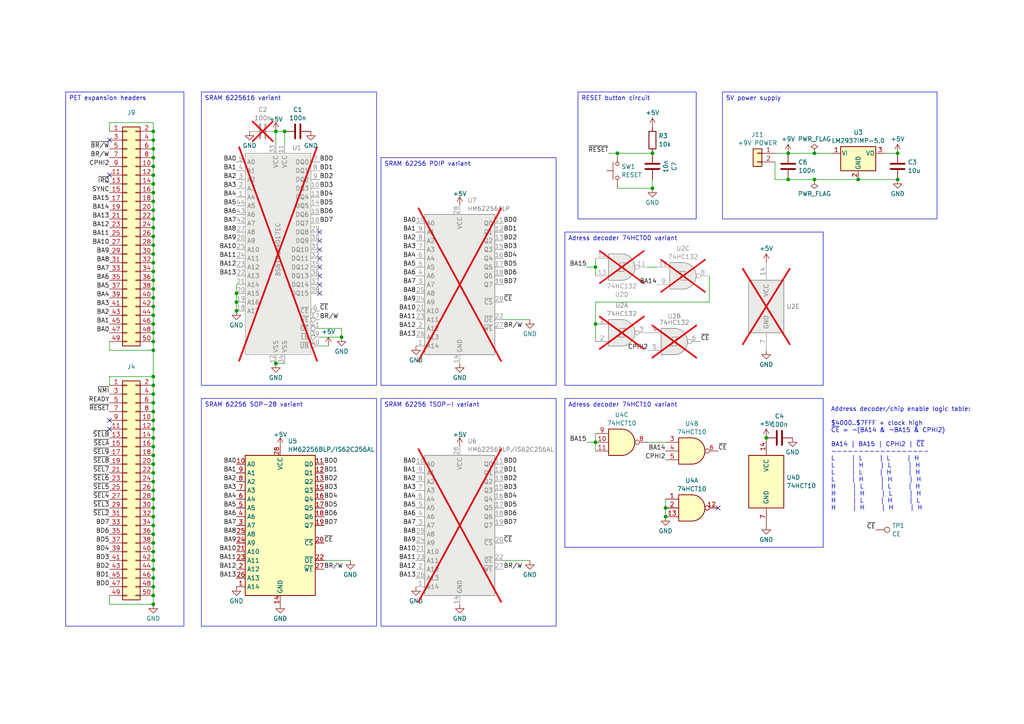
<source format=kicad_sch>
(kicad_sch
	(version 20231120)
	(generator "eeschema")
	(generator_version "8.0")
	(uuid "ba02a5fb-8d8e-4302-96a8-8e3b65a9cbd7")
	(paper "A4")
	(title_block
		(title "CBM PET SRAM Expansion")
		(date "2024-03-10")
		(rev "4")
		(company "CCC Basel")
	)
	
	(junction
		(at 44.45 175.26)
		(diameter 0)
		(color 0 0 0 0)
		(uuid "132e523d-4dd0-4bfc-a395-7b85d134f2e5")
	)
	(junction
		(at 44.45 63.5)
		(diameter 0)
		(color 0 0 0 0)
		(uuid "15173f45-ff3b-4146-9ec8-aea55ce6de28")
	)
	(junction
		(at 44.45 81.28)
		(diameter 0)
		(color 0 0 0 0)
		(uuid "195b6efc-e1c4-4f14-9bc8-6388815f444b")
	)
	(junction
		(at 236.22 52.07)
		(diameter 0)
		(color 0 0 0 0)
		(uuid "2138369b-643b-4f89-946d-bebf9d9190fc")
	)
	(junction
		(at 44.45 88.9)
		(diameter 0)
		(color 0 0 0 0)
		(uuid "23088312-808b-4f4c-b096-e91dd8b9b773")
	)
	(junction
		(at 44.45 134.62)
		(diameter 0)
		(color 0 0 0 0)
		(uuid "231907ca-0f57-4d42-982d-2a9aaae679d6")
	)
	(junction
		(at 44.45 66.04)
		(diameter 0)
		(color 0 0 0 0)
		(uuid "23fa526b-f701-4216-bb5e-d524585daacd")
	)
	(junction
		(at 44.45 157.48)
		(diameter 0)
		(color 0 0 0 0)
		(uuid "245dfd6e-93dd-4c02-b96a-60e3cd2d8ba7")
	)
	(junction
		(at 44.45 53.34)
		(diameter 0)
		(color 0 0 0 0)
		(uuid "2808f7d7-3bee-4b54-9474-691eae9eef5c")
	)
	(junction
		(at 189.23 44.45)
		(diameter 0)
		(color 0 0 0 0)
		(uuid "2b7206a6-30b3-4f96-9a17-1240603f3ec8")
	)
	(junction
		(at 44.45 40.64)
		(diameter 0)
		(color 0 0 0 0)
		(uuid "2cd9beca-8b4d-40c8-8644-94001003ba43")
	)
	(junction
		(at 44.45 91.44)
		(diameter 0)
		(color 0 0 0 0)
		(uuid "2f563c43-87b4-46b6-9928-bf2910756250")
	)
	(junction
		(at 44.45 60.96)
		(diameter 0)
		(color 0 0 0 0)
		(uuid "3814d9fb-539b-4ad3-a118-ea02dfa6fdca")
	)
	(junction
		(at 260.35 52.07)
		(diameter 0)
		(color 0 0 0 0)
		(uuid "3a795033-8839-46f6-8163-5d52fd2b3d9e")
	)
	(junction
		(at 193.04 147.32)
		(diameter 0)
		(color 0 0 0 0)
		(uuid "3cde72fc-3cf2-459a-86a8-36457e773ee7")
	)
	(junction
		(at 44.45 170.18)
		(diameter 0)
		(color 0 0 0 0)
		(uuid "3f87a0a3-a002-48d6-bd89-e50bae5ece9b")
	)
	(junction
		(at 80.01 105.41)
		(diameter 0)
		(color 0 0 0 0)
		(uuid "3fed26e7-8e6c-43d2-8fa7-6e0853d0a9b1")
	)
	(junction
		(at 44.45 132.08)
		(diameter 0)
		(color 0 0 0 0)
		(uuid "44549270-7860-47a1-9a0d-d6e402f8a1f9")
	)
	(junction
		(at 172.72 128.27)
		(diameter 0)
		(color 0 0 0 0)
		(uuid "4471f513-2194-4416-b5aa-d7e191b264a6")
	)
	(junction
		(at 68.58 85.09)
		(diameter 0)
		(color 0 0 0 0)
		(uuid "4509a8bb-aa6c-44dc-b75a-0076aa859cb0")
	)
	(junction
		(at 44.45 43.18)
		(diameter 0)
		(color 0 0 0 0)
		(uuid "4b977a37-3ace-4841-a45c-af50084070a5")
	)
	(junction
		(at 44.45 96.52)
		(diameter 0)
		(color 0 0 0 0)
		(uuid "4c7f9c78-648a-4266-8790-9767b7a24612")
	)
	(junction
		(at 68.58 90.17)
		(diameter 0)
		(color 0 0 0 0)
		(uuid "4efbf76a-0d48-4b52-8aa7-56a3274b6f58")
	)
	(junction
		(at 172.72 93.98)
		(diameter 0)
		(color 0 0 0 0)
		(uuid "559edd0e-1385-448a-bece-1e15e1ef4090")
	)
	(junction
		(at 44.45 55.88)
		(diameter 0)
		(color 0 0 0 0)
		(uuid "5ae5c9e9-4a8f-4d63-92f5-44a3c8bb1f99")
	)
	(junction
		(at 179.07 44.45)
		(diameter 0)
		(color 0 0 0 0)
		(uuid "5cb530aa-fe15-478d-90b1-4b6626640e04")
	)
	(junction
		(at 44.45 114.3)
		(diameter 0)
		(color 0 0 0 0)
		(uuid "61549b9f-b4bf-434c-9d9f-c3bca06ff294")
	)
	(junction
		(at 44.45 149.86)
		(diameter 0)
		(color 0 0 0 0)
		(uuid "64b900cd-2d86-4b52-bb5c-97b4fe952f58")
	)
	(junction
		(at 44.45 71.12)
		(diameter 0)
		(color 0 0 0 0)
		(uuid "6c2f7215-865c-4fb1-846d-e1e38eb27bb3")
	)
	(junction
		(at 44.45 83.82)
		(diameter 0)
		(color 0 0 0 0)
		(uuid "71147d30-3a10-4a39-9d6e-6e813cd063f4")
	)
	(junction
		(at 248.92 52.07)
		(diameter 0)
		(color 0 0 0 0)
		(uuid "7477d0ce-a25d-4684-acf6-74adc02ed023")
	)
	(junction
		(at 44.45 121.92)
		(diameter 0)
		(color 0 0 0 0)
		(uuid "77394a52-145a-4021-8fd2-6569bd29e47a")
	)
	(junction
		(at 99.06 97.79)
		(diameter 0)
		(color 0 0 0 0)
		(uuid "7ba11b6f-852a-4da3-979b-0f6f9c9d6f9d")
	)
	(junction
		(at 228.6 52.07)
		(diameter 0)
		(color 0 0 0 0)
		(uuid "7f68fb98-49b8-4141-a565-d68743f2112f")
	)
	(junction
		(at 44.45 101.6)
		(diameter 0)
		(color 0 0 0 0)
		(uuid "7f6ec264-e554-4d3a-847a-63d1ee1efa52")
	)
	(junction
		(at 44.45 111.76)
		(diameter 0)
		(color 0 0 0 0)
		(uuid "7f9af0e9-ce3a-4803-bc52-8d667acf73e7")
	)
	(junction
		(at 44.45 48.26)
		(diameter 0)
		(color 0 0 0 0)
		(uuid "7fbc4fd6-5117-4b75-9f06-add6d0f632f6")
	)
	(junction
		(at 80.01 38.1)
		(diameter 0)
		(color 0 0 0 0)
		(uuid "80c5c740-688b-4c58-b9d7-850ea18b9e1e")
	)
	(junction
		(at 44.45 142.24)
		(diameter 0)
		(color 0 0 0 0)
		(uuid "8b2ce9b6-a9e9-464e-9f7d-9a76938f07f6")
	)
	(junction
		(at 44.45 93.98)
		(diameter 0)
		(color 0 0 0 0)
		(uuid "903bce02-003e-4d0a-8386-d6c0a376668e")
	)
	(junction
		(at 44.45 68.58)
		(diameter 0)
		(color 0 0 0 0)
		(uuid "917825a7-a83d-4255-92db-a00da4f06c80")
	)
	(junction
		(at 260.35 44.45)
		(diameter 0)
		(color 0 0 0 0)
		(uuid "95a2d759-78c6-4d32-8fe4-456149d98a79")
	)
	(junction
		(at 44.45 38.1)
		(diameter 0)
		(color 0 0 0 0)
		(uuid "9796b5b6-84d4-407c-8791-ad7a9fd305ee")
	)
	(junction
		(at 193.04 149.86)
		(diameter 0)
		(color 0 0 0 0)
		(uuid "9a412992-9caf-4ae9-9689-3288e0d671f3")
	)
	(junction
		(at 82.55 38.1)
		(diameter 0)
		(color 0 0 0 0)
		(uuid "9af08f98-56cc-4e00-a5ff-d797ceadd149")
	)
	(junction
		(at 44.45 147.32)
		(diameter 0)
		(color 0 0 0 0)
		(uuid "9be13afd-1ab9-4ba6-9fce-66303bb75fd1")
	)
	(junction
		(at 44.45 167.64)
		(diameter 0)
		(color 0 0 0 0)
		(uuid "9fcfd4a1-eb71-4cc1-95c1-d4ee46b3596b")
	)
	(junction
		(at 172.72 77.47)
		(diameter 0)
		(color 0 0 0 0)
		(uuid "a1ebff29-35ad-46fd-9ff0-937a1f0905dc")
	)
	(junction
		(at 44.45 109.22)
		(diameter 0)
		(color 0 0 0 0)
		(uuid "a6d50e0e-c9ef-4a53-8600-acaa26482069")
	)
	(junction
		(at 44.45 172.72)
		(diameter 0)
		(color 0 0 0 0)
		(uuid "ab5cf924-c6f4-4022-95c2-03ff816df3a9")
	)
	(junction
		(at 44.45 137.16)
		(diameter 0)
		(color 0 0 0 0)
		(uuid "b199f9f2-37b2-4a61-9009-3df80f449bf3")
	)
	(junction
		(at 228.6 44.45)
		(diameter 0)
		(color 0 0 0 0)
		(uuid "ba1f469a-0869-4e71-9b05-d7558848a402")
	)
	(junction
		(at 236.22 44.45)
		(diameter 0)
		(color 0 0 0 0)
		(uuid "bd5f5cee-fae0-454a-84be-c0b40fb0e8ed")
	)
	(junction
		(at 44.45 78.74)
		(diameter 0)
		(color 0 0 0 0)
		(uuid "be269495-f445-4722-938b-be38a32acc6a")
	)
	(junction
		(at 44.45 50.8)
		(diameter 0)
		(color 0 0 0 0)
		(uuid "c0f8c0ef-d855-4daf-a3c6-faf021bbacfa")
	)
	(junction
		(at 44.45 144.78)
		(diameter 0)
		(color 0 0 0 0)
		(uuid "c28b5a19-2bc3-46af-928f-b0dc39d45f8b")
	)
	(junction
		(at 44.45 58.42)
		(diameter 0)
		(color 0 0 0 0)
		(uuid "c4031e73-c667-4d5b-b6a3-b1b52f78072d")
	)
	(junction
		(at 44.45 129.54)
		(diameter 0)
		(color 0 0 0 0)
		(uuid "cbe52f06-6794-4495-a883-a72309517360")
	)
	(junction
		(at 44.45 154.94)
		(diameter 0)
		(color 0 0 0 0)
		(uuid "d0d5f044-d954-47a2-92e8-c56bd83f08fd")
	)
	(junction
		(at 222.25 127)
		(diameter 0)
		(color 0 0 0 0)
		(uuid "d7f678fa-69a1-4de9-9b68-d02349755188")
	)
	(junction
		(at 44.45 124.46)
		(diameter 0)
		(color 0 0 0 0)
		(uuid "deb53e51-8590-461e-9f63-d5018e32e310")
	)
	(junction
		(at 44.45 86.36)
		(diameter 0)
		(color 0 0 0 0)
		(uuid "df34c3c9-550f-44ad-87fa-414dc88f9ca5")
	)
	(junction
		(at 44.45 76.2)
		(diameter 0)
		(color 0 0 0 0)
		(uuid "e810d19f-1f7f-46ed-aeca-2332235759cb")
	)
	(junction
		(at 44.45 99.06)
		(diameter 0)
		(color 0 0 0 0)
		(uuid "e9b6f3b7-2112-414f-95c2-3a89b12eca3c")
	)
	(junction
		(at 189.23 54.61)
		(diameter 0)
		(color 0 0 0 0)
		(uuid "edf8bf02-9e5c-4d2b-860d-e8b7a0cfbc1f")
	)
	(junction
		(at 44.45 45.72)
		(diameter 0)
		(color 0 0 0 0)
		(uuid "f1585753-3985-44df-bdce-73bceeea44c4")
	)
	(junction
		(at 44.45 152.4)
		(diameter 0)
		(color 0 0 0 0)
		(uuid "f1d99ce8-737b-4e91-a7ff-98190c3294f0")
	)
	(junction
		(at 44.45 165.1)
		(diameter 0)
		(color 0 0 0 0)
		(uuid "f2490804-050d-48fe-b97e-1097c19741ec")
	)
	(junction
		(at 68.58 87.63)
		(diameter 0)
		(color 0 0 0 0)
		(uuid "f3d27974-12f7-4ce6-8036-2b6eb0ec8669")
	)
	(junction
		(at 44.45 73.66)
		(diameter 0)
		(color 0 0 0 0)
		(uuid "f9591cf2-f9e3-4fdc-9111-e653ff6a3b6e")
	)
	(junction
		(at 44.45 160.02)
		(diameter 0)
		(color 0 0 0 0)
		(uuid "fb59a7d8-7c6b-4011-8662-0571566e7924")
	)
	(junction
		(at 44.45 162.56)
		(diameter 0)
		(color 0 0 0 0)
		(uuid "fc2aec22-7f6a-4ac6-995b-844b8042e8c9")
	)
	(junction
		(at 44.45 119.38)
		(diameter 0)
		(color 0 0 0 0)
		(uuid "fd440596-5b67-4038-af3d-226327df8ea9")
	)
	(junction
		(at 44.45 116.84)
		(diameter 0)
		(color 0 0 0 0)
		(uuid "fe404ba7-ab8e-4deb-b52d-66b45279dcb4")
	)
	(junction
		(at 44.45 127)
		(diameter 0)
		(color 0 0 0 0)
		(uuid "fe664a02-6c91-4a7f-9b2f-9b5b423ed89e")
	)
	(junction
		(at 44.45 139.7)
		(diameter 0)
		(color 0 0 0 0)
		(uuid "ff9a97c8-9aff-4906-a3ed-5e56c33cb353")
	)
	(no_connect
		(at 92.71 82.55)
		(uuid "0c67f426-d487-4a6c-bd29-ac44ff579c95")
	)
	(no_connect
		(at 92.71 77.47)
		(uuid "1905f0d4-8330-471b-9713-b3f287bee197")
	)
	(no_connect
		(at 92.71 72.39)
		(uuid "1b48798f-bec2-449a-a4c5-5a00d55527e2")
	)
	(no_connect
		(at 31.75 121.92)
		(uuid "21c3144a-9860-4dee-af6d-a94e3587478d")
	)
	(no_connect
		(at 31.75 40.64)
		(uuid "33f02fa2-9cbf-4e1b-883d-5a2f8a66d5ce")
	)
	(no_connect
		(at 92.71 85.09)
		(uuid "39221483-88e8-4009-88ea-ca535d84f70e")
	)
	(no_connect
		(at 31.75 124.46)
		(uuid "65190511-5696-4c62-9853-195b00388054")
	)
	(no_connect
		(at 31.75 50.8)
		(uuid "6d7bf783-c773-4569-949d-8faf39b31a4f")
	)
	(no_connect
		(at 92.71 69.85)
		(uuid "848cb030-e2a6-4afb-a7e8-b56e4704feb5")
	)
	(no_connect
		(at 92.71 67.31)
		(uuid "92e4f2c9-4a6c-4f1f-9595-6e1c7d4ce798")
	)
	(no_connect
		(at 208.28 147.32)
		(uuid "9da8bae0-12e7-4d11-a6cb-cbdb76e25985")
	)
	(no_connect
		(at 92.71 74.93)
		(uuid "a95fab86-0000-44ac-b54b-6d9f8408c7a3")
	)
	(no_connect
		(at 92.71 80.01)
		(uuid "b09bd469-b2fb-4af7-b560-bdd176ae4d69")
	)
	(wire
		(pts
			(xy 44.45 93.98) (xy 44.45 96.52)
		)
		(stroke
			(width 0)
			(type default)
		)
		(uuid "00711f35-0a35-46c5-89fc-ce0e85dd57c9")
	)
	(wire
		(pts
			(xy 92.71 97.79) (xy 99.06 97.79)
		)
		(stroke
			(width 0)
			(type default)
		)
		(uuid "042bcb05-f9d3-4fda-afbf-493c024bcef3")
	)
	(wire
		(pts
			(xy 44.45 101.6) (xy 31.75 101.6)
		)
		(stroke
			(width 0)
			(type default)
		)
		(uuid "046557f0-5448-4a2e-9685-2e14368d0fe7")
	)
	(wire
		(pts
			(xy 205.74 87.63) (xy 205.74 80.01)
		)
		(stroke
			(width 0)
			(type default)
		)
		(uuid "05555d84-f39e-4302-89f6-cf563dfe3783")
	)
	(wire
		(pts
			(xy 172.72 87.63) (xy 205.74 87.63)
		)
		(stroke
			(width 0)
			(type default)
		)
		(uuid "05613e95-8728-4a7c-b410-f049ee4fa4fe")
	)
	(wire
		(pts
			(xy 44.45 162.56) (xy 44.45 165.1)
		)
		(stroke
			(width 0)
			(type default)
		)
		(uuid "0769c1f1-00ff-4549-9633-1ff884b80650")
	)
	(wire
		(pts
			(xy 187.96 128.27) (xy 193.04 128.27)
		)
		(stroke
			(width 0)
			(type default)
		)
		(uuid "095de72c-487a-49db-8a9f-8dcd7902ae6a")
	)
	(wire
		(pts
			(xy 44.45 144.78) (xy 44.45 147.32)
		)
		(stroke
			(width 0)
			(type default)
		)
		(uuid "0a2ab28e-7de9-4efd-8dc2-277c7cb8c104")
	)
	(wire
		(pts
			(xy 44.45 175.26) (xy 31.75 175.26)
		)
		(stroke
			(width 0)
			(type default)
		)
		(uuid "0d3e84c8-187a-434a-99b0-a398c4b7f9d4")
	)
	(wire
		(pts
			(xy 44.45 124.46) (xy 44.45 127)
		)
		(stroke
			(width 0)
			(type default)
		)
		(uuid "0d80c3da-42ca-4fd6-ad98-36ecb3cdf91a")
	)
	(wire
		(pts
			(xy 44.45 86.36) (xy 44.45 88.9)
		)
		(stroke
			(width 0)
			(type default)
		)
		(uuid "12b6d115-0ef8-46f1-bff2-e153886a4ac6")
	)
	(wire
		(pts
			(xy 44.45 109.22) (xy 31.75 109.22)
		)
		(stroke
			(width 0)
			(type default)
		)
		(uuid "1374172c-a5b4-4749-a7bf-da2b9d6a5f4b")
	)
	(wire
		(pts
			(xy 44.45 129.54) (xy 44.45 132.08)
		)
		(stroke
			(width 0)
			(type default)
		)
		(uuid "14733b41-92a9-4319-9926-64316a050b70")
	)
	(wire
		(pts
			(xy 44.45 137.16) (xy 44.45 139.7)
		)
		(stroke
			(width 0)
			(type default)
		)
		(uuid "16361d29-945a-4429-b155-3484aad8db6f")
	)
	(wire
		(pts
			(xy 228.6 52.07) (xy 236.22 52.07)
		)
		(stroke
			(width 0)
			(type default)
		)
		(uuid "17e6825e-78e0-4309-9ac1-6f00299c9759")
	)
	(wire
		(pts
			(xy 44.45 35.56) (xy 31.75 35.56)
		)
		(stroke
			(width 0)
			(type default)
		)
		(uuid "1b00708e-a75f-47f2-82bd-938cbc163d7e")
	)
	(wire
		(pts
			(xy 44.45 172.72) (xy 44.45 175.26)
		)
		(stroke
			(width 0)
			(type default)
		)
		(uuid "1ba742e3-ce9c-4d92-b23f-2cb1863e7bfe")
	)
	(wire
		(pts
			(xy 172.72 128.27) (xy 172.72 125.73)
		)
		(stroke
			(width 0)
			(type default)
		)
		(uuid "1c5869ee-d3e1-4acf-80f4-7b3dc7d6dff0")
	)
	(wire
		(pts
			(xy 68.58 87.63) (xy 68.58 90.17)
		)
		(stroke
			(width 0)
			(type default)
		)
		(uuid "1d5fd613-e00f-4a6e-870d-a6d3dc1b5eb2")
	)
	(wire
		(pts
			(xy 44.45 81.28) (xy 44.45 83.82)
		)
		(stroke
			(width 0)
			(type default)
		)
		(uuid "1d699762-757c-4aad-8a98-25cb5a22c4ca")
	)
	(wire
		(pts
			(xy 44.45 71.12) (xy 44.45 73.66)
		)
		(stroke
			(width 0)
			(type default)
		)
		(uuid "21559b49-cfeb-478f-a9dc-61ab85bff646")
	)
	(wire
		(pts
			(xy 44.45 154.94) (xy 44.45 157.48)
		)
		(stroke
			(width 0)
			(type default)
		)
		(uuid "23208346-8f18-4ee9-98c4-bf4c1acc206d")
	)
	(wire
		(pts
			(xy 170.18 77.47) (xy 172.72 77.47)
		)
		(stroke
			(width 0)
			(type default)
		)
		(uuid "25cc8d5b-5948-4543-b160-957e2b7612ba")
	)
	(wire
		(pts
			(xy 193.04 147.32) (xy 193.04 149.86)
		)
		(stroke
			(width 0)
			(type default)
		)
		(uuid "28458c07-66c0-457d-b24d-e6c8360d0c91")
	)
	(wire
		(pts
			(xy 44.45 134.62) (xy 44.45 137.16)
		)
		(stroke
			(width 0)
			(type default)
		)
		(uuid "288d5bec-4d83-4011-ad09-73e4915facf8")
	)
	(wire
		(pts
			(xy 99.06 95.25) (xy 99.06 97.79)
		)
		(stroke
			(width 0)
			(type default)
		)
		(uuid "2aaf9ac1-0608-421e-963c-9a914ce56734")
	)
	(wire
		(pts
			(xy 224.79 44.45) (xy 228.6 44.45)
		)
		(stroke
			(width 0)
			(type default)
		)
		(uuid "2bfe1a78-858f-4a81-bec4-e14397697ed6")
	)
	(wire
		(pts
			(xy 44.45 73.66) (xy 44.45 76.2)
		)
		(stroke
			(width 0)
			(type default)
		)
		(uuid "302db16f-0c13-4237-8e6d-fbfb969ac60c")
	)
	(wire
		(pts
			(xy 68.58 82.55) (xy 68.58 85.09)
		)
		(stroke
			(width 0)
			(type default)
		)
		(uuid "37cab7d4-36a4-4f5d-af2d-390e5d0f4a6e")
	)
	(wire
		(pts
			(xy 44.45 78.74) (xy 44.45 81.28)
		)
		(stroke
			(width 0)
			(type default)
		)
		(uuid "3af1334e-b376-4e8a-bb83-2bb1fd994d6c")
	)
	(wire
		(pts
			(xy 44.45 149.86) (xy 44.45 152.4)
		)
		(stroke
			(width 0)
			(type default)
		)
		(uuid "4061e863-29f1-43bc-926e-c7e54715c70f")
	)
	(wire
		(pts
			(xy 44.45 83.82) (xy 44.45 86.36)
		)
		(stroke
			(width 0)
			(type default)
		)
		(uuid "42a581bc-627f-47f1-b43a-2089c12481ef")
	)
	(wire
		(pts
			(xy 44.45 45.72) (xy 44.45 48.26)
		)
		(stroke
			(width 0)
			(type default)
		)
		(uuid "43169ff3-f0f3-4860-be27-fe96087aa0e9")
	)
	(wire
		(pts
			(xy 44.45 142.24) (xy 44.45 144.78)
		)
		(stroke
			(width 0)
			(type default)
		)
		(uuid "4407daa4-725e-4f78-8635-7873016477e3")
	)
	(wire
		(pts
			(xy 224.79 52.07) (xy 228.6 52.07)
		)
		(stroke
			(width 0)
			(type default)
		)
		(uuid "4b74de37-6eca-45d9-b0e3-e700dc0311fb")
	)
	(wire
		(pts
			(xy 179.07 44.45) (xy 189.23 44.45)
		)
		(stroke
			(width 0)
			(type default)
		)
		(uuid "4b7b14f4-25b2-44bf-b93f-173c02143d56")
	)
	(wire
		(pts
			(xy 176.53 44.45) (xy 179.07 44.45)
		)
		(stroke
			(width 0)
			(type default)
		)
		(uuid "4e11bbca-9727-4a08-8e39-815f674df992")
	)
	(wire
		(pts
			(xy 170.18 128.27) (xy 172.72 128.27)
		)
		(stroke
			(width 0)
			(type default)
		)
		(uuid "544f9adf-efdf-48e2-9b4b-60527298361c")
	)
	(wire
		(pts
			(xy 68.58 85.09) (xy 68.58 87.63)
		)
		(stroke
			(width 0)
			(type default)
		)
		(uuid "614c9487-612c-4e8d-8a81-52fa7193460f")
	)
	(wire
		(pts
			(xy 146.05 162.56) (xy 153.67 162.56)
		)
		(stroke
			(width 0)
			(type default)
		)
		(uuid "64de8a3b-a6f7-4130-8a6f-3b11f22dc214")
	)
	(wire
		(pts
			(xy 44.45 147.32) (xy 44.45 149.86)
		)
		(stroke
			(width 0)
			(type default)
		)
		(uuid "694fc7c7-0c39-4f16-a235-fe3572daf9b9")
	)
	(wire
		(pts
			(xy 44.45 116.84) (xy 44.45 119.38)
		)
		(stroke
			(width 0)
			(type default)
		)
		(uuid "697e6d1b-de82-47b0-9179-70161de7ae5b")
	)
	(wire
		(pts
			(xy 31.75 35.56) (xy 31.75 38.1)
		)
		(stroke
			(width 0)
			(type default)
		)
		(uuid "6cde2c27-2f6f-4fc7-89fc-256b9f8177f2")
	)
	(wire
		(pts
			(xy 44.45 111.76) (xy 44.45 109.22)
		)
		(stroke
			(width 0)
			(type default)
		)
		(uuid "6cdf2c1d-183a-493b-9a3a-01ce5c0411cd")
	)
	(wire
		(pts
			(xy 187.96 77.47) (xy 190.5 77.47)
		)
		(stroke
			(width 0)
			(type default)
		)
		(uuid "6eaec9cc-203b-4f29-9ca7-1e408496edd1")
	)
	(wire
		(pts
			(xy 44.45 88.9) (xy 44.45 91.44)
		)
		(stroke
			(width 0)
			(type default)
		)
		(uuid "757969e0-d0aa-497f-9cc8-abf28d3cf0c4")
	)
	(wire
		(pts
			(xy 31.75 101.6) (xy 31.75 99.06)
		)
		(stroke
			(width 0)
			(type default)
		)
		(uuid "790c3ae3-c49a-4716-8d84-01160b534afc")
	)
	(wire
		(pts
			(xy 44.45 139.7) (xy 44.45 142.24)
		)
		(stroke
			(width 0)
			(type default)
		)
		(uuid "79fd50d9-8db9-4343-b064-692d691ee260")
	)
	(wire
		(pts
			(xy 172.72 77.47) (xy 172.72 80.01)
		)
		(stroke
			(width 0)
			(type default)
		)
		(uuid "80faa304-78cb-4458-8877-296650766b98")
	)
	(wire
		(pts
			(xy 44.45 99.06) (xy 44.45 101.6)
		)
		(stroke
			(width 0)
			(type default)
		)
		(uuid "834fc730-ea34-43aa-b12d-5e0897931268")
	)
	(wire
		(pts
			(xy 93.98 162.56) (xy 101.6 162.56)
		)
		(stroke
			(width 0)
			(type default)
		)
		(uuid "845d829c-deeb-4cd4-89e9-68705b984a66")
	)
	(wire
		(pts
			(xy 31.75 175.26) (xy 31.75 172.72)
		)
		(stroke
			(width 0)
			(type default)
		)
		(uuid "854fcba5-1b03-45d0-a06d-9d6d623ed931")
	)
	(wire
		(pts
			(xy 228.6 44.45) (xy 236.22 44.45)
		)
		(stroke
			(width 0)
			(type default)
		)
		(uuid "859e8e44-b59b-4678-beaa-4071b8223be0")
	)
	(wire
		(pts
			(xy 44.45 170.18) (xy 44.45 172.72)
		)
		(stroke
			(width 0)
			(type default)
		)
		(uuid "8932b5b7-09d1-4bd5-9645-360475058fb3")
	)
	(wire
		(pts
			(xy 80.01 38.1) (xy 80.01 41.91)
		)
		(stroke
			(width 0)
			(type default)
		)
		(uuid "8a99d87f-c429-4eab-a2f5-fccbcee29e29")
	)
	(wire
		(pts
			(xy 44.45 121.92) (xy 44.45 124.46)
		)
		(stroke
			(width 0)
			(type default)
		)
		(uuid "8d8ff752-55f2-459b-b52b-e1467282fe4c")
	)
	(wire
		(pts
			(xy 92.71 100.33) (xy 95.25 100.33)
		)
		(stroke
			(width 0)
			(type default)
		)
		(uuid "8e859efc-9798-47aa-8472-7b7017ba5096")
	)
	(wire
		(pts
			(xy 44.45 152.4) (xy 44.45 154.94)
		)
		(stroke
			(width 0)
			(type default)
		)
		(uuid "8e9219bd-cc33-44b5-a383-65436e5dd593")
	)
	(wire
		(pts
			(xy 92.71 95.25) (xy 99.06 95.25)
		)
		(stroke
			(width 0)
			(type default)
		)
		(uuid "8f3b8fe9-d12a-4ce7-831f-c3dc61957b71")
	)
	(wire
		(pts
			(xy 44.45 91.44) (xy 44.45 93.98)
		)
		(stroke
			(width 0)
			(type default)
		)
		(uuid "90252908-9342-4715-9ab5-1ab4c3a491b4")
	)
	(wire
		(pts
			(xy 44.45 38.1) (xy 44.45 40.64)
		)
		(stroke
			(width 0)
			(type default)
		)
		(uuid "92dfa2d6-9aaa-4e84-a9bf-ddddf8b16095")
	)
	(wire
		(pts
			(xy 80.01 105.41) (xy 82.55 105.41)
		)
		(stroke
			(width 0)
			(type default)
		)
		(uuid "9460a871-a102-4820-b8e4-9e6d36514b3c")
	)
	(wire
		(pts
			(xy 193.04 144.78) (xy 193.04 147.32)
		)
		(stroke
			(width 0)
			(type default)
		)
		(uuid "9d74673d-57eb-4e7c-b62e-915d2f1a7fb4")
	)
	(wire
		(pts
			(xy 172.72 93.98) (xy 172.72 87.63)
		)
		(stroke
			(width 0)
			(type default)
		)
		(uuid "9e5eba74-d225-4135-a7f8-02d4e26af463")
	)
	(wire
		(pts
			(xy 256.54 44.45) (xy 260.35 44.45)
		)
		(stroke
			(width 0)
			(type default)
		)
		(uuid "9e9b00c3-4bf8-4f0f-b1de-1220fdc9b3d6")
	)
	(wire
		(pts
			(xy 172.72 77.47) (xy 172.72 74.93)
		)
		(stroke
			(width 0)
			(type default)
		)
		(uuid "a0fc63e5-cf28-47e9-905c-b4cdf84c5576")
	)
	(wire
		(pts
			(xy 44.45 96.52) (xy 44.45 99.06)
		)
		(stroke
			(width 0)
			(type default)
		)
		(uuid "a2c7e20c-1387-49fc-b8f7-453857f3fb46")
	)
	(wire
		(pts
			(xy 44.45 167.64) (xy 44.45 170.18)
		)
		(stroke
			(width 0)
			(type default)
		)
		(uuid "a36a5b53-6661-49b4-b075-bfa53383a516")
	)
	(wire
		(pts
			(xy 236.22 52.07) (xy 248.92 52.07)
		)
		(stroke
			(width 0)
			(type default)
		)
		(uuid "a49e0e21-1fa0-45a0-b36c-71ca6d2914b4")
	)
	(wire
		(pts
			(xy 44.45 50.8) (xy 44.45 53.34)
		)
		(stroke
			(width 0)
			(type default)
		)
		(uuid "a9f62682-fa6e-4397-afde-0ebb2029a171")
	)
	(wire
		(pts
			(xy 189.23 52.07) (xy 189.23 54.61)
		)
		(stroke
			(width 0)
			(type default)
		)
		(uuid "ac1c7e4c-2af3-4499-bd59-95128d8f456c")
	)
	(wire
		(pts
			(xy 44.45 157.48) (xy 44.45 160.02)
		)
		(stroke
			(width 0)
			(type default)
		)
		(uuid "af05e6de-af77-479c-9ea2-a26a2d5f3085")
	)
	(wire
		(pts
			(xy 44.45 58.42) (xy 44.45 60.96)
		)
		(stroke
			(width 0)
			(type default)
		)
		(uuid "af3629a2-ce2a-4acb-be35-8a2462ec8bf4")
	)
	(wire
		(pts
			(xy 44.45 60.96) (xy 44.45 63.5)
		)
		(stroke
			(width 0)
			(type default)
		)
		(uuid "b3ab146d-f0d1-4d9f-a694-3812984c1dae")
	)
	(wire
		(pts
			(xy 80.01 38.1) (xy 82.55 38.1)
		)
		(stroke
			(width 0)
			(type default)
		)
		(uuid "bba08c62-2634-4584-8764-946cfbcbb384")
	)
	(wire
		(pts
			(xy 44.45 68.58) (xy 44.45 71.12)
		)
		(stroke
			(width 0)
			(type default)
		)
		(uuid "bcaff7eb-5cd4-4ec7-b826-6a7930a97b06")
	)
	(wire
		(pts
			(xy 44.45 63.5) (xy 44.45 66.04)
		)
		(stroke
			(width 0)
			(type default)
		)
		(uuid "bd68d0f9-0800-41b8-958e-45ad6ce413c0")
	)
	(wire
		(pts
			(xy 44.45 165.1) (xy 44.45 167.64)
		)
		(stroke
			(width 0)
			(type default)
		)
		(uuid "bdde8308-df24-498c-8d8a-b951a3163278")
	)
	(wire
		(pts
			(xy 179.07 54.61) (xy 189.23 54.61)
		)
		(stroke
			(width 0)
			(type default)
		)
		(uuid "c5e5f4f6-cf4e-43fd-acd6-3d954486aa9b")
	)
	(wire
		(pts
			(xy 248.92 52.07) (xy 260.35 52.07)
		)
		(stroke
			(width 0)
			(type default)
		)
		(uuid "c95ec6f3-526a-4cc8-afdb-a23a287bb490")
	)
	(wire
		(pts
			(xy 44.45 111.76) (xy 44.45 114.3)
		)
		(stroke
			(width 0)
			(type default)
		)
		(uuid "ca0343ca-e017-4f76-affd-a232630c92f5")
	)
	(wire
		(pts
			(xy 172.72 93.98) (xy 172.72 99.06)
		)
		(stroke
			(width 0)
			(type default)
		)
		(uuid "cc5f58c2-c7e6-4920-bb9b-4df542c5497b")
	)
	(wire
		(pts
			(xy 82.55 38.1) (xy 82.55 41.91)
		)
		(stroke
			(width 0)
			(type default)
		)
		(uuid "ccb3e5b2-e2fe-4406-ac16-b776efdd1483")
	)
	(wire
		(pts
			(xy 44.45 55.88) (xy 44.45 58.42)
		)
		(stroke
			(width 0)
			(type default)
		)
		(uuid "d060cc3c-d098-4c1f-81b8-67db3386edd0")
	)
	(wire
		(pts
			(xy 44.45 101.6) (xy 44.45 109.22)
		)
		(stroke
			(width 0)
			(type default)
		)
		(uuid "d88a5164-437e-4439-9957-6fa9983fd519")
	)
	(wire
		(pts
			(xy 44.45 114.3) (xy 44.45 116.84)
		)
		(stroke
			(width 0)
			(type default)
		)
		(uuid "dcdf97d6-2621-44f8-833a-9cf963257509")
	)
	(wire
		(pts
			(xy 146.05 92.71) (xy 153.67 92.71)
		)
		(stroke
			(width 0)
			(type default)
		)
		(uuid "ddabeedf-3a6b-4603-b21b-3fc7985ca631")
	)
	(wire
		(pts
			(xy 44.45 132.08) (xy 44.45 134.62)
		)
		(stroke
			(width 0)
			(type default)
		)
		(uuid "dfb83818-75eb-4238-955f-df54608ceacd")
	)
	(wire
		(pts
			(xy 44.45 66.04) (xy 44.45 68.58)
		)
		(stroke
			(width 0)
			(type default)
		)
		(uuid "e2b64ce2-21f5-444c-bcb4-c6b772f33cae")
	)
	(wire
		(pts
			(xy 44.45 119.38) (xy 44.45 121.92)
		)
		(stroke
			(width 0)
			(type default)
		)
		(uuid "e39852d7-4ddd-4daa-a61f-9f4d47b577a4")
	)
	(wire
		(pts
			(xy 44.45 38.1) (xy 44.45 35.56)
		)
		(stroke
			(width 0)
			(type default)
		)
		(uuid "e43683c8-2d3b-406c-bda7-c576ca1be414")
	)
	(wire
		(pts
			(xy 44.45 53.34) (xy 44.45 55.88)
		)
		(stroke
			(width 0)
			(type default)
		)
		(uuid "e47c8fdf-faa6-4125-9e6b-43f3d5ddb0db")
	)
	(wire
		(pts
			(xy 44.45 76.2) (xy 44.45 78.74)
		)
		(stroke
			(width 0)
			(type default)
		)
		(uuid "e5551b9c-2c24-4964-86d4-38a3f327a220")
	)
	(wire
		(pts
			(xy 44.45 160.02) (xy 44.45 162.56)
		)
		(stroke
			(width 0)
			(type default)
		)
		(uuid "e68a8b07-5703-415c-9224-8f9ccbf2f68e")
	)
	(wire
		(pts
			(xy 44.45 48.26) (xy 44.45 50.8)
		)
		(stroke
			(width 0)
			(type default)
		)
		(uuid "ea69e4d7-e1b1-4372-bcd2-4e20820116d8")
	)
	(wire
		(pts
			(xy 31.75 109.22) (xy 31.75 111.76)
		)
		(stroke
			(width 0)
			(type default)
		)
		(uuid "ec4b7472-2d64-4d21-9857-e393775a86e3")
	)
	(wire
		(pts
			(xy 44.45 40.64) (xy 44.45 43.18)
		)
		(stroke
			(width 0)
			(type default)
		)
		(uuid "ec8e8812-2081-4703-af17-22a23d47eae7")
	)
	(wire
		(pts
			(xy 236.22 44.45) (xy 241.3 44.45)
		)
		(stroke
			(width 0)
			(type default)
		)
		(uuid "f0317985-d78d-4523-9361-e1952f22e7ba")
	)
	(wire
		(pts
			(xy 224.79 52.07) (xy 224.79 46.99)
		)
		(stroke
			(width 0)
			(type default)
		)
		(uuid "f56e50fc-d165-4562-ad12-56256f7372cd")
	)
	(wire
		(pts
			(xy 44.45 43.18) (xy 44.45 45.72)
		)
		(stroke
			(width 0)
			(type default)
		)
		(uuid "f6fbc910-22be-4539-bbdd-779116d765cd")
	)
	(wire
		(pts
			(xy 172.72 128.27) (xy 172.72 130.81)
		)
		(stroke
			(width 0)
			(type default)
		)
		(uuid "f800e161-228f-4984-a75b-44b9fc074988")
	)
	(wire
		(pts
			(xy 44.45 127) (xy 44.45 129.54)
		)
		(stroke
			(width 0)
			(type default)
		)
		(uuid "fd857494-45be-4a2f-91b4-3371118f6f91")
	)
	(text_box "RESET button circuit"
		(exclude_from_sim no)
		(at 167.64 26.67 0)
		(size 34.29 36.83)
		(stroke
			(width 0)
			(type default)
		)
		(fill
			(type none)
		)
		(effects
			(font
				(size 1.27 1.27)
			)
			(justify left top)
		)
		(uuid "3118820d-698d-447b-9e3a-0c806cc22ff2")
	)
	(text_box "5V power supply"
		(exclude_from_sim no)
		(at 209.55 26.67 0)
		(size 62.23 36.83)
		(stroke
			(width 0)
			(type default)
		)
		(fill
			(type none)
		)
		(effects
			(font
				(size 1.27 1.27)
			)
			(justify left top)
		)
		(uuid "32d7c9e1-5156-44ba-829b-261754e61ffc")
	)
	(text_box "Address decoder/chip enable logic table:\n\n$4000..$7FFF + clock high\n~{CE} = ¬(BA14 & ¬BA15 & CPHI2)\n\nBA14 | BA15 | CPHI2 | ~{CE}\n------------------\nL     | L     | L     | H\nL     | H     | L     | H\nL     | L     | H     | H\nL     | H     | H     | H\nH     | L     | L     | H\nH     | H     | L     | H\nH     | L     | H     | L\nH     | H     | H     | H"
		(exclude_from_sim no)
		(at 240.03 116.84 0)
		(size 43.18 33.02)
		(stroke
			(width -0.0001)
			(type default)
		)
		(fill
			(type none)
		)
		(effects
			(font
				(size 1.27 1.27)
			)
			(justify left top)
		)
		(uuid "36c950c4-8354-4a10-ad58-4d0e43f3f3d9")
	)
	(text_box "SRAM 62256 TSOP-I variant"
		(exclude_from_sim no)
		(at 110.49 115.57 0)
		(size 50.8 66.04)
		(stroke
			(width 0)
			(type default)
		)
		(fill
			(type none)
		)
		(effects
			(font
				(size 1.27 1.27)
			)
			(justify left top)
		)
		(uuid "39d2fd7c-2b6a-4db3-b929-aed3dee0fccb")
	)
	(text_box "PET expansion headers"
		(exclude_from_sim no)
		(at 19.05 26.67 0)
		(size 34.29 154.94)
		(stroke
			(width 0)
			(type default)
		)
		(fill
			(type none)
		)
		(effects
			(font
				(size 1.27 1.27)
			)
			(justify left top)
		)
		(uuid "4b3424c3-23ed-4e95-866a-686c0e7fb4c4")
	)
	(text_box "Adress decoder 74HCT10 variant"
		(exclude_from_sim no)
		(at 163.83 115.57 0)
		(size 74.93 43.18)
		(stroke
			(width 0)
			(type default)
		)
		(fill
			(type none)
		)
		(effects
			(font
				(size 1.27 1.27)
			)
			(justify left top)
		)
		(uuid "7b5e9fb9-1c7f-4737-ba88-1267080863b0")
	)
	(text_box "SRAM 62256 SOP-28 variant"
		(exclude_from_sim no)
		(at 58.42 115.57 0)
		(size 50.8 66.04)
		(stroke
			(width 0)
			(type default)
		)
		(fill
			(type none)
		)
		(effects
			(font
				(size 1.27 1.27)
			)
			(justify left top)
		)
		(uuid "7f0fcd35-3cd8-4170-9075-7c12bb71df84")
	)
	(text_box "SRAM 6225616 variant"
		(exclude_from_sim no)
		(at 58.42 26.67 0)
		(size 50.8 85.09)
		(stroke
			(width 0)
			(type default)
		)
		(fill
			(type none)
		)
		(effects
			(font
				(size 1.27 1.27)
			)
			(justify left top)
		)
		(uuid "854044b5-574f-49ed-b987-121f143511d2")
	)
	(text_box "Adress decoder 74HCT00 variant"
		(exclude_from_sim no)
		(at 163.83 67.31 0)
		(size 74.93 44.45)
		(stroke
			(width 0)
			(type default)
		)
		(fill
			(type none)
		)
		(effects
			(font
				(size 1.27 1.27)
			)
			(justify left top)
		)
		(uuid "c8bb4280-cbc5-49a4-b097-68678437932f")
	)
	(text_box "SRAM 62256 PDIP variant"
		(exclude_from_sim no)
		(at 110.49 45.72 0)
		(size 50.8 66.04)
		(stroke
			(width 0)
			(type default)
		)
		(fill
			(type none)
		)
		(effects
			(font
				(size 1.27 1.27)
			)
			(justify left top)
		)
		(uuid "c982ca1f-5893-4d74-80f3-f13acdd0afc2")
	)
	(label "BA10"
		(at 68.58 72.39 180)
		(fields_autoplaced yes)
		(effects
			(font
				(size 1.27 1.27)
			)
			(justify right bottom)
		)
		(uuid "020a5f59-9994-448d-acfa-58c1a5d09686")
	)
	(label "~{SEL4}"
		(at 31.75 144.78 180)
		(fields_autoplaced yes)
		(effects
			(font
				(size 1.27 1.27)
			)
			(justify right bottom)
		)
		(uuid "0214e118-f8b7-4ab8-b298-a9ff17585bf1")
	)
	(label "BA3"
		(at 68.58 54.61 180)
		(fields_autoplaced yes)
		(effects
			(font
				(size 1.27 1.27)
			)
			(justify right bottom)
		)
		(uuid "032b03e2-99b3-426f-86af-d74b1536b7b5")
	)
	(label "BD1"
		(at 146.05 67.31 0)
		(fields_autoplaced yes)
		(effects
			(font
				(size 1.27 1.27)
			)
			(justify left bottom)
		)
		(uuid "0680dfa7-567d-447a-be44-39f5c96e0887")
	)
	(label "BA15"
		(at 170.18 128.27 180)
		(fields_autoplaced yes)
		(effects
			(font
				(size 1.27 1.27)
			)
			(justify right bottom)
		)
		(uuid "09893b47-9741-4268-be8d-5d100bb115c7")
	)
	(label "BA10"
		(at 31.75 71.12 180)
		(fields_autoplaced yes)
		(effects
			(font
				(size 1.27 1.27)
			)
			(justify right bottom)
		)
		(uuid "0ab58770-2056-4632-aa5b-e764591f78e8")
	)
	(label "~{RESET}"
		(at 176.53 44.45 180)
		(fields_autoplaced yes)
		(effects
			(font
				(size 1.27 1.27)
			)
			(justify right bottom)
		)
		(uuid "0b35452a-3b85-4341-adfc-e6959c6238f3")
	)
	(label "BA12"
		(at 120.65 165.1 180)
		(fields_autoplaced yes)
		(effects
			(font
				(size 1.27 1.27)
			)
			(justify right bottom)
		)
		(uuid "0c06a8fc-4c09-42ab-adbe-a00377b31fbf")
	)
	(label "BA3"
		(at 31.75 88.9 180)
		(fields_autoplaced yes)
		(effects
			(font
				(size 1.27 1.27)
			)
			(justify right bottom)
		)
		(uuid "117a4f90-3458-474b-9527-bf74dd8db248")
	)
	(label "BD7"
		(at 93.98 152.4 0)
		(fields_autoplaced yes)
		(effects
			(font
				(size 1.27 1.27)
			)
			(justify left bottom)
		)
		(uuid "12d0307a-6efa-4531-bbf7-52e703c74690")
	)
	(label "BD5"
		(at 92.71 59.69 0)
		(fields_autoplaced yes)
		(effects
			(font
				(size 1.27 1.27)
			)
			(justify left bottom)
		)
		(uuid "131664f0-5ed8-4200-b38a-04bad727bbdc")
	)
	(label "~{RESET}"
		(at 31.75 119.38 180)
		(fields_autoplaced yes)
		(effects
			(font
				(size 1.27 1.27)
			)
			(justify right bottom)
		)
		(uuid "136bbdf8-a7b3-4640-8e82-420d1f1b1953")
	)
	(label "BA9"
		(at 31.75 73.66 180)
		(fields_autoplaced yes)
		(effects
			(font
				(size 1.27 1.27)
			)
			(justify right bottom)
		)
		(uuid "13844833-89d3-4dda-b900-c96d50e01744")
	)
	(label "BA7"
		(at 120.65 152.4 180)
		(fields_autoplaced yes)
		(effects
			(font
				(size 1.27 1.27)
			)
			(justify right bottom)
		)
		(uuid "13b866cf-16f2-4f53-85a7-f10a1dd7f38d")
	)
	(label "BA5"
		(at 120.65 147.32 180)
		(fields_autoplaced yes)
		(effects
			(font
				(size 1.27 1.27)
			)
			(justify right bottom)
		)
		(uuid "159fa2da-e71a-4e31-a1a7-6704d537fd63")
	)
	(label "BA12"
		(at 68.58 77.47 180)
		(fields_autoplaced yes)
		(effects
			(font
				(size 1.27 1.27)
			)
			(justify right bottom)
		)
		(uuid "17ee37fc-4e20-41a4-b7cc-2d405553807a")
	)
	(label "~{CE}"
		(at 93.98 157.48 0)
		(fields_autoplaced yes)
		(effects
			(font
				(size 1.27 1.27)
			)
			(justify left bottom)
		)
		(uuid "182267af-ea4f-4d8c-ae8a-8f2cc464aeb9")
	)
	(label "BA14"
		(at 193.04 130.81 180)
		(fields_autoplaced yes)
		(effects
			(font
				(size 1.27 1.27)
			)
			(justify right bottom)
		)
		(uuid "1881e7ca-eb27-4ef3-9e37-33609fb2b92f")
	)
	(label "BD3"
		(at 146.05 72.39 0)
		(fields_autoplaced yes)
		(effects
			(font
				(size 1.27 1.27)
			)
			(justify left bottom)
		)
		(uuid "191a1228-aa42-4750-8909-c3c84ee33c4d")
	)
	(label "BD7"
		(at 31.75 152.4 180)
		(fields_autoplaced yes)
		(effects
			(font
				(size 1.27 1.27)
			)
			(justify right bottom)
		)
		(uuid "19f2f4aa-0129-451f-a67d-0d3242f05bc7")
	)
	(label "BA8"
		(at 31.75 76.2 180)
		(fields_autoplaced yes)
		(effects
			(font
				(size 1.27 1.27)
			)
			(justify right bottom)
		)
		(uuid "1c224ceb-ef96-4ac2-9ecd-1283426eec47")
	)
	(label "BA3"
		(at 120.65 142.24 180)
		(fields_autoplaced yes)
		(effects
			(font
				(size 1.27 1.27)
			)
			(justify right bottom)
		)
		(uuid "1de84a5b-6000-4de9-a532-542d155d4c18")
	)
	(label "BD7"
		(at 146.05 152.4 0)
		(fields_autoplaced yes)
		(effects
			(font
				(size 1.27 1.27)
			)
			(justify left bottom)
		)
		(uuid "1e5a7f83-0f52-4917-a63b-62e6a91a7058")
	)
	(label "~{IRQ}"
		(at 31.75 53.34 180)
		(fields_autoplaced yes)
		(effects
			(font
				(size 1.27 1.27)
			)
			(justify right bottom)
		)
		(uuid "1f271022-13c5-4170-9ccb-54ddad668f89")
	)
	(label "BA13"
		(at 68.58 80.01 180)
		(fields_autoplaced yes)
		(effects
			(font
				(size 1.27 1.27)
			)
			(justify right bottom)
		)
		(uuid "26731fbe-9739-45ce-8890-d806f9d86775")
	)
	(label "BA0"
		(at 31.75 96.52 180)
		(fields_autoplaced yes)
		(effects
			(font
				(size 1.27 1.27)
			)
			(justify right bottom)
		)
		(uuid "27ff51fa-d639-4deb-a017-7d65200c183f")
	)
	(label "BA3"
		(at 120.65 72.39 180)
		(fields_autoplaced yes)
		(effects
			(font
				(size 1.27 1.27)
			)
			(justify right bottom)
		)
		(uuid "28a94d2f-3b7c-4e4f-a98f-2b31df7908b4")
	)
	(label "BA4"
		(at 120.65 74.93 180)
		(fields_autoplaced yes)
		(effects
			(font
				(size 1.27 1.27)
			)
			(justify right bottom)
		)
		(uuid "2a450e62-3d6b-44fa-843d-babbdaf6aca2")
	)
	(label "BD6"
		(at 92.71 62.23 0)
		(fields_autoplaced yes)
		(effects
			(font
				(size 1.27 1.27)
			)
			(justify left bottom)
		)
		(uuid "2d6a79ff-7919-4650-910d-5a3d6238f1de")
	)
	(label "CPHI2"
		(at 193.04 133.35 180)
		(fields_autoplaced yes)
		(effects
			(font
				(size 1.27 1.27)
			)
			(justify right bottom)
		)
		(uuid "2dad3db7-e255-4962-a143-ed8d2f0bdfc6")
	)
	(label "BA12"
		(at 31.75 66.04 180)
		(fields_autoplaced yes)
		(effects
			(font
				(size 1.27 1.27)
			)
			(justify right bottom)
		)
		(uuid "34500fb2-4ac9-4cba-8cd7-9e0e5040788d")
	)
	(label "BD0"
		(at 31.75 170.18 180)
		(fields_autoplaced yes)
		(effects
			(font
				(size 1.27 1.27)
			)
			(justify right bottom)
		)
		(uuid "3494b313-7c77-4735-b0a9-b4ceedafe1ca")
	)
	(label "SYNC"
		(at 31.75 55.88 180)
		(fields_autoplaced yes)
		(effects
			(font
				(size 1.27 1.27)
			)
			(justify right bottom)
		)
		(uuid "35bfc0bb-43ce-4177-8e87-3bca7a491ce4")
	)
	(label "BD3"
		(at 93.98 142.24 0)
		(fields_autoplaced yes)
		(effects
			(font
				(size 1.27 1.27)
			)
			(justify left bottom)
		)
		(uuid "3dcdc3a9-1c0e-4adb-940f-19aab3585337")
	)
	(label "BA13"
		(at 31.75 63.5 180)
		(fields_autoplaced yes)
		(effects
			(font
				(size 1.27 1.27)
			)
			(justify right bottom)
		)
		(uuid "3f0768f6-81b1-4531-9248-d40407e2113b")
	)
	(label "BA2"
		(at 68.58 139.7 180)
		(fields_autoplaced yes)
		(effects
			(font
				(size 1.27 1.27)
			)
			(justify right bottom)
		)
		(uuid "404efa60-2807-44de-aa43-9101b3fb32cc")
	)
	(label "BA13"
		(at 120.65 97.79 180)
		(fields_autoplaced yes)
		(effects
			(font
				(size 1.27 1.27)
			)
			(justify right bottom)
		)
		(uuid "420b3d63-a97f-4fed-b8b8-e9dd98e27eb2")
	)
	(label "BA9"
		(at 68.58 157.48 180)
		(fields_autoplaced yes)
		(effects
			(font
				(size 1.27 1.27)
			)
			(justify right bottom)
		)
		(uuid "4240c33f-a1f8-45fa-89bd-6ccc965eb220")
	)
	(label "BA15"
		(at 170.18 77.47 180)
		(fields_autoplaced yes)
		(effects
			(font
				(size 1.27 1.27)
			)
			(justify right bottom)
		)
		(uuid "436a84db-8bea-46be-bcaf-7d85e59dc1bb")
	)
	(label "BA0"
		(at 120.65 64.77 180)
		(fields_autoplaced yes)
		(effects
			(font
				(size 1.27 1.27)
			)
			(justify right bottom)
		)
		(uuid "440c5692-ee2d-4d20-8a3f-b5b6e03b4602")
	)
	(label "BA11"
		(at 68.58 162.56 180)
		(fields_autoplaced yes)
		(effects
			(font
				(size 1.27 1.27)
			)
			(justify right bottom)
		)
		(uuid "4534f979-86c4-4ac1-ba81-a33b03901b24")
	)
	(label "BR{slash}W"
		(at 31.75 45.72 180)
		(fields_autoplaced yes)
		(effects
			(font
				(size 1.27 1.27)
			)
			(justify right bottom)
		)
		(uuid "45cc1357-c775-4419-99f0-1803e526fff9")
	)
	(label "BA9"
		(at 120.65 87.63 180)
		(fields_autoplaced yes)
		(effects
			(font
				(size 1.27 1.27)
			)
			(justify right bottom)
		)
		(uuid "49178493-9d3b-49a5-9b37-93e7317d206e")
	)
	(label "BD1"
		(at 92.71 49.53 0)
		(fields_autoplaced yes)
		(effects
			(font
				(size 1.27 1.27)
			)
			(justify left bottom)
		)
		(uuid "4af20c91-c832-4775-90fd-37a486536b3c")
	)
	(label "BA11"
		(at 31.75 68.58 180)
		(fields_autoplaced yes)
		(effects
			(font
				(size 1.27 1.27)
			)
			(justify right bottom)
		)
		(uuid "4b16d02f-dfe9-4c0f-886a-3f4e1fd93805")
	)
	(label "BA12"
		(at 120.65 95.25 180)
		(fields_autoplaced yes)
		(effects
			(font
				(size 1.27 1.27)
			)
			(justify right bottom)
		)
		(uuid "4cd0d088-dc46-49f7-be7f-4a7d2f6184fb")
	)
	(label "BA3"
		(at 68.58 142.24 180)
		(fields_autoplaced yes)
		(effects
			(font
				(size 1.27 1.27)
			)
			(justify right bottom)
		)
		(uuid "4d441cde-0877-458e-95af-fb4c9da7385a")
	)
	(label "BA8"
		(at 120.65 85.09 180)
		(fields_autoplaced yes)
		(effects
			(font
				(size 1.27 1.27)
			)
			(justify right bottom)
		)
		(uuid "4dfedf38-554f-4a8d-9933-d351aafab7a6")
	)
	(label "BA15"
		(at 31.75 58.42 180)
		(fields_autoplaced yes)
		(effects
			(font
				(size 1.27 1.27)
			)
			(justify right bottom)
		)
		(uuid "5033e664-eb0e-4cda-9725-29c48bf501fe")
	)
	(label "BA5"
		(at 68.58 59.69 180)
		(fields_autoplaced yes)
		(effects
			(font
				(size 1.27 1.27)
			)
			(justify right bottom)
		)
		(uuid "503ef6f6-0db1-47d6-8464-38d1b0473789")
	)
	(label "BA6"
		(at 31.75 81.28 180)
		(fields_autoplaced yes)
		(effects
			(font
				(size 1.27 1.27)
			)
			(justify right bottom)
		)
		(uuid "52914873-1c2c-4cf2-8139-2d9e3a0668b4")
	)
	(label "BA12"
		(at 68.58 165.1 180)
		(fields_autoplaced yes)
		(effects
			(font
				(size 1.27 1.27)
			)
			(justify right bottom)
		)
		(uuid "530838ca-349c-4108-af82-50020c54a38f")
	)
	(label "BA8"
		(at 68.58 154.94 180)
		(fields_autoplaced yes)
		(effects
			(font
				(size 1.27 1.27)
			)
			(justify right bottom)
		)
		(uuid "56d02b68-2290-43cc-a439-c853a942f4c8")
	)
	(label "~{SEL9}"
		(at 31.75 132.08 180)
		(fields_autoplaced yes)
		(effects
			(font
				(size 1.27 1.27)
			)
			(justify right bottom)
		)
		(uuid "5765b2b9-5a3c-4ac1-987d-aaeb01d3e676")
	)
	(label "BD7"
		(at 146.05 82.55 0)
		(fields_autoplaced yes)
		(effects
			(font
				(size 1.27 1.27)
			)
			(justify left bottom)
		)
		(uuid "58ec683c-764b-43a6-9937-08b2f390bbf0")
	)
	(label "BA4"
		(at 68.58 57.15 180)
		(fields_autoplaced yes)
		(effects
			(font
				(size 1.27 1.27)
			)
			(justify right bottom)
		)
		(uuid "591c2665-d26d-4d0f-8fdf-bf422d742efc")
	)
	(label "~{CE}"
		(at 92.71 90.17 0)
		(fields_autoplaced yes)
		(effects
			(font
				(size 1.27 1.27)
			)
			(justify left bottom)
		)
		(uuid "5bf13212-1403-402e-a06e-d37621677c01")
	)
	(label "~{SELB}"
		(at 31.75 127 180)
		(fields_autoplaced yes)
		(effects
			(font
				(size 1.27 1.27)
			)
			(justify right bottom)
		)
		(uuid "5c0b34d7-cffa-4e91-8aa8-30f0d00210e6")
	)
	(label "BD4"
		(at 93.98 144.78 0)
		(fields_autoplaced yes)
		(effects
			(font
				(size 1.27 1.27)
			)
			(justify left bottom)
		)
		(uuid "5ea652fa-52f2-4a63-9b65-6fa726bf8a1a")
	)
	(label "BA11"
		(at 120.65 92.71 180)
		(fields_autoplaced yes)
		(effects
			(font
				(size 1.27 1.27)
			)
			(justify right bottom)
		)
		(uuid "5f17a1df-a329-4763-863d-ee412da82caa")
	)
	(label "BD3"
		(at 92.71 54.61 0)
		(fields_autoplaced yes)
		(effects
			(font
				(size 1.27 1.27)
			)
			(justify left bottom)
		)
		(uuid "60979e76-3412-4fec-8cf6-194ce9ca4382")
	)
	(label "BA6"
		(at 68.58 62.23 180)
		(fields_autoplaced yes)
		(effects
			(font
				(size 1.27 1.27)
			)
			(justify right bottom)
		)
		(uuid "615028e0-e1ca-4ad8-9d7a-02f223f23c9e")
	)
	(label "BD2"
		(at 93.98 139.7 0)
		(fields_autoplaced yes)
		(effects
			(font
				(size 1.27 1.27)
			)
			(justify left bottom)
		)
		(uuid "6287fbaa-6e5d-44c3-a324-555f2cffafb0")
	)
	(label "BD2"
		(at 146.05 69.85 0)
		(fields_autoplaced yes)
		(effects
			(font
				(size 1.27 1.27)
			)
			(justify left bottom)
		)
		(uuid "648a4db0-c31b-4d54-aff3-30c0635ffd74")
	)
	(label "~{SEL3}"
		(at 31.75 147.32 180)
		(fields_autoplaced yes)
		(effects
			(font
				(size 1.27 1.27)
			)
			(justify right bottom)
		)
		(uuid "6668525b-64ae-4179-a59e-78466869ac75")
	)
	(label "BD3"
		(at 146.05 142.24 0)
		(fields_autoplaced yes)
		(effects
			(font
				(size 1.27 1.27)
			)
			(justify left bottom)
		)
		(uuid "66ca3f98-8ed7-4eab-bd63-6d0f6d204256")
	)
	(label "BA4"
		(at 31.75 86.36 180)
		(fields_autoplaced yes)
		(effects
			(font
				(size 1.27 1.27)
			)
			(justify right bottom)
		)
		(uuid "66d6c760-4e1c-4c68-a9b5-1f836700197d")
	)
	(label "BD5"
		(at 93.98 147.32 0)
		(fields_autoplaced yes)
		(effects
			(font
				(size 1.27 1.27)
			)
			(justify left bottom)
		)
		(uuid "67321894-8a7b-4302-9402-c8cdf8e5c773")
	)
	(label "BA2"
		(at 120.65 139.7 180)
		(fields_autoplaced yes)
		(effects
			(font
				(size 1.27 1.27)
			)
			(justify right bottom)
		)
		(uuid "700abffb-feef-4b9e-b37d-9d5782acc220")
	)
	(label "BD5"
		(at 146.05 147.32 0)
		(fields_autoplaced yes)
		(effects
			(font
				(size 1.27 1.27)
			)
			(justify left bottom)
		)
		(uuid "730987ea-1d1b-4a78-ba41-b7a40a155864")
	)
	(label "BA2"
		(at 120.65 69.85 180)
		(fields_autoplaced yes)
		(effects
			(font
				(size 1.27 1.27)
			)
			(justify right bottom)
		)
		(uuid "763f1342-cce6-4999-86b5-42394e7259c8")
	)
	(label "BD4"
		(at 146.05 144.78 0)
		(fields_autoplaced yes)
		(effects
			(font
				(size 1.27 1.27)
			)
			(justify left bottom)
		)
		(uuid "78391ad8-7e3d-4520-abcd-b5f288867a90")
	)
	(label "~{BR{slash}W}"
		(at 31.75 43.18 180)
		(fields_autoplaced yes)
		(effects
			(font
				(size 1.27 1.27)
			)
			(justify right bottom)
		)
		(uuid "79e2b7ff-997e-42d4-88b9-80677a827b57")
	)
	(label "BA6"
		(at 120.65 80.01 180)
		(fields_autoplaced yes)
		(effects
			(font
				(size 1.27 1.27)
			)
			(justify right bottom)
		)
		(uuid "7e1e2f26-c7d5-45ac-b02f-cd67bff5192e")
	)
	(label "~{SEL8}"
		(at 31.75 134.62 180)
		(fields_autoplaced yes)
		(effects
			(font
				(size 1.27 1.27)
			)
			(justify right bottom)
		)
		(uuid "7f2dd699-9499-4f8f-a0db-ff1673028ce0")
	)
	(label "BD6"
		(at 31.75 154.94 180)
		(fields_autoplaced yes)
		(effects
			(font
				(size 1.27 1.27)
			)
			(justify right bottom)
		)
		(uuid "829dc818-a810-47e4-834a-b086982b2567")
	)
	(label "BA6"
		(at 120.65 149.86 180)
		(fields_autoplaced yes)
		(effects
			(font
				(size 1.27 1.27)
			)
			(justify right bottom)
		)
		(uuid "83edd6ae-8188-4385-83f7-7cca736a06c6")
	)
	(label "BR{slash}W"
		(at 93.98 165.1 0)
		(fields_autoplaced yes)
		(effects
			(font
				(size 1.27 1.27)
			)
			(justify left bottom)
		)
		(uuid "857647d1-98a9-41e7-b10f-e672af8de2b9")
	)
	(label "BR{slash}W"
		(at 146.05 165.1 0)
		(fields_autoplaced yes)
		(effects
			(font
				(size 1.27 1.27)
			)
			(justify left bottom)
		)
		(uuid "89935777-3e32-48b8-b1c7-c1033c69ac6d")
	)
	(label "BD4"
		(at 146.05 74.93 0)
		(fields_autoplaced yes)
		(effects
			(font
				(size 1.27 1.27)
			)
			(justify left bottom)
		)
		(uuid "8d0a390e-5485-4cec-92ed-9a05110f6996")
	)
	(label "BA8"
		(at 120.65 154.94 180)
		(fields_autoplaced yes)
		(effects
			(font
				(size 1.27 1.27)
			)
			(justify right bottom)
		)
		(uuid "8dc7c5d9-2815-4de0-87e9-537fc737ff5b")
	)
	(label "BA5"
		(at 120.65 77.47 180)
		(fields_autoplaced yes)
		(effects
			(font
				(size 1.27 1.27)
			)
			(justify right bottom)
		)
		(uuid "91c2f8c6-3aeb-4bf5-811f-bb1536b0743b")
	)
	(label "BD2"
		(at 31.75 165.1 180)
		(fields_autoplaced yes)
		(effects
			(font
				(size 1.27 1.27)
			)
			(justify right bottom)
		)
		(uuid "95ea32f2-66d8-4f58-b65d-f363ce0c74b8")
	)
	(label "BD1"
		(at 93.98 137.16 0)
		(fields_autoplaced yes)
		(effects
			(font
				(size 1.27 1.27)
			)
			(justify left bottom)
		)
		(uuid "96edfc67-891e-41f8-81ef-2ffb07fb018e")
	)
	(label "BA13"
		(at 120.65 167.64 180)
		(fields_autoplaced yes)
		(effects
			(font
				(size 1.27 1.27)
			)
			(justify right bottom)
		)
		(uuid "9c13b45e-ec21-45f7-acbb-b1f86ff9af95")
	)
	(label "CPHI2"
		(at 31.75 48.26 180)
		(fields_autoplaced yes)
		(effects
			(font
				(size 1.27 1.27)
			)
			(justify right bottom)
		)
		(uuid "9f3ef900-9e9b-44dd-8dce-1be55868dafd")
	)
	(label "BD0"
		(at 146.05 134.62 0)
		(fields_autoplaced yes)
		(effects
			(font
				(size 1.27 1.27)
			)
			(justify left bottom)
		)
		(uuid "9f9b0ece-2625-43b0-85f2-34c4429f23be")
	)
	(label "~{CE}"
		(at 208.28 130.81 0)
		(fields_autoplaced yes)
		(effects
			(font
				(size 1.27 1.27)
			)
			(justify left bottom)
		)
		(uuid "a02dda90-1f90-4bea-a8d5-de1c3e8d36e5")
	)
	(label "BA10"
		(at 68.58 160.02 180)
		(fields_autoplaced yes)
		(effects
			(font
				(size 1.27 1.27)
			)
			(justify right bottom)
		)
		(uuid "a3318edb-bb33-4c7e-879a-4277e56f6727")
	)
	(label "BD4"
		(at 92.71 57.15 0)
		(fields_autoplaced yes)
		(effects
			(font
				(size 1.27 1.27)
			)
			(justify left bottom)
		)
		(uuid "a60fdf13-2adf-4cfe-ab60-b58e6d67986e")
	)
	(label "BR{slash}W"
		(at 92.71 92.71 0)
		(fields_autoplaced yes)
		(effects
			(font
				(size 1.27 1.27)
			)
			(justify left bottom)
		)
		(uuid "a79df7f0-0ac2-42b3-91c6-83d58fa1078e")
	)
	(label "~{NMI}"
		(at 31.75 114.3 180)
		(fields_autoplaced yes)
		(effects
			(font
				(size 1.27 1.27)
			)
			(justify right bottom)
		)
		(uuid "a7e7d90d-778d-4c27-81d1-f8dd3e90e98d")
	)
	(label "BD3"
		(at 31.75 162.56 180)
		(fields_autoplaced yes)
		(effects
			(font
				(size 1.27 1.27)
			)
			(justify right bottom)
		)
		(uuid "a7f1153e-5e0d-4f8f-8884-dbac51d9a71e")
	)
	(label "BA11"
		(at 68.58 74.93 180)
		(fields_autoplaced yes)
		(effects
			(font
				(size 1.27 1.27)
			)
			(justify right bottom)
		)
		(uuid "a8c28acc-b939-450f-8453-9669ec41bab2")
	)
	(label "BA14"
		(at 31.75 60.96 180)
		(fields_autoplaced yes)
		(effects
			(font
				(size 1.27 1.27)
			)
			(justify right bottom)
		)
		(uuid "a8e59beb-1893-4090-8459-818e4bc6e21c")
	)
	(label "BA1"
		(at 68.58 137.16 180)
		(fields_autoplaced yes)
		(effects
			(font
				(size 1.27 1.27)
			)
			(justify right bottom)
		)
		(uuid "a94efe28-e062-4703-9ef6-05145b8cf85a")
	)
	(label "BA1"
		(at 120.65 67.31 180)
		(fields_autoplaced yes)
		(effects
			(font
				(size 1.27 1.27)
			)
			(justify right bottom)
		)
		(uuid "aa8e7fd4-e2f1-4d05-b0a8-12678d7212b4")
	)
	(label "READY"
		(at 31.75 116.84 180)
		(fields_autoplaced yes)
		(effects
			(font
				(size 1.27 1.27)
			)
			(justify right bottom)
		)
		(uuid "ac040a59-180b-4b56-b643-b5bbb8d9ccd9")
	)
	(label "~{SEL2}"
		(at 31.75 149.86 180)
		(fields_autoplaced yes)
		(effects
			(font
				(size 1.27 1.27)
			)
			(justify right bottom)
		)
		(uuid "acdd72a2-a99a-40db-88d5-5974032fdee1")
	)
	(label "~{CE}"
		(at 254 153.67 180)
		(fields_autoplaced yes)
		(effects
			(font
				(size 1.27 1.27)
			)
			(justify right bottom)
		)
		(uuid "af6d2353-85f6-43c3-be7e-ededca20cc2e")
	)
	(label "BA7"
		(at 68.58 152.4 180)
		(fields_autoplaced yes)
		(effects
			(font
				(size 1.27 1.27)
			)
			(justify right bottom)
		)
		(uuid "af7d4931-ae90-4a60-827d-d23b34261585")
	)
	(label "BA10"
		(at 120.65 160.02 180)
		(fields_autoplaced yes)
		(effects
			(font
				(size 1.27 1.27)
			)
			(justify right bottom)
		)
		(uuid "b18f2ca4-482d-45c2-8318-b3ec4878f061")
	)
	(label "BA9"
		(at 68.58 69.85 180)
		(fields_autoplaced yes)
		(effects
			(font
				(size 1.27 1.27)
			)
			(justify right bottom)
		)
		(uuid "b2b194bd-7b51-4caa-a5e4-2adaf750f64b")
	)
	(label "BA4"
		(at 120.65 144.78 180)
		(fields_autoplaced yes)
		(effects
			(font
				(size 1.27 1.27)
			)
			(justify right bottom)
		)
		(uuid "b2eefdd7-46e6-457e-944c-f0b58536ea6f")
	)
	(label "BD1"
		(at 146.05 137.16 0)
		(fields_autoplaced yes)
		(effects
			(font
				(size 1.27 1.27)
			)
			(justify left bottom)
		)
		(uuid "b32a44d5-f5a9-41a1-81d4-ad306ffe19b4")
	)
	(label "BA2"
		(at 31.75 91.44 180)
		(fields_autoplaced yes)
		(effects
			(font
				(size 1.27 1.27)
			)
			(justify right bottom)
		)
		(uuid "b7a4b784-4451-424a-8e79-e1cd403e7d2c")
	)
	(label "CPHI2"
		(at 187.96 101.6 180)
		(fields_autoplaced yes)
		(effects
			(font
				(size 1.27 1.27)
			)
			(justify right bottom)
		)
		(uuid "b7d03b3a-fae7-4a78-96fa-d88aaf222572")
	)
	(label "BD7"
		(at 92.71 64.77 0)
		(fields_autoplaced yes)
		(effects
			(font
				(size 1.27 1.27)
			)
			(justify left bottom)
		)
		(uuid "b8e2f7b1-63a9-4402-9349-ec5164ee6bbb")
	)
	(label "BA0"
		(at 120.65 134.62 180)
		(fields_autoplaced yes)
		(effects
			(font
				(size 1.27 1.27)
			)
			(justify right bottom)
		)
		(uuid "b8e4b38b-dce0-447a-821f-de43ee49594d")
	)
	(label "BA7"
		(at 68.58 64.77 180)
		(fields_autoplaced yes)
		(effects
			(font
				(size 1.27 1.27)
			)
			(justify right bottom)
		)
		(uuid "bfda652f-2e54-4ff0-b127-f30a2f6b470e")
	)
	(label "BA5"
		(at 31.75 83.82 180)
		(fields_autoplaced yes)
		(effects
			(font
				(size 1.27 1.27)
			)
			(justify right bottom)
		)
		(uuid "c7722212-36ca-45be-a60e-00d86c23cd80")
	)
	(label "BD5"
		(at 31.75 157.48 180)
		(fields_autoplaced yes)
		(effects
			(font
				(size 1.27 1.27)
			)
			(justify right bottom)
		)
		(uuid "c7e44417-0fa6-4f73-9a94-ffd5f1911057")
	)
	(label "BR{slash}W"
		(at 146.05 95.25 0)
		(fields_autoplaced yes)
		(effects
			(font
				(size 1.27 1.27)
			)
			(justify left bottom)
		)
		(uuid "c9a2bad8-7173-4f46-a674-f82a8d6afa03")
	)
	(label "BA0"
		(at 68.58 46.99 180)
		(fields_autoplaced yes)
		(effects
			(font
				(size 1.27 1.27)
			)
			(justify right bottom)
		)
		(uuid "ca387fcc-6bd4-4819-9ea3-962ac3f832e9")
	)
	(label "BD4"
		(at 31.75 160.02 180)
		(fields_autoplaced yes)
		(effects
			(font
				(size 1.27 1.27)
			)
			(justify right bottom)
		)
		(uuid "cc91230e-a16c-409f-86e3-0c744c1def7e")
	)
	(label "~{CE}"
		(at 146.05 87.63 0)
		(fields_autoplaced yes)
		(effects
			(font
				(size 1.27 1.27)
			)
			(justify left bottom)
		)
		(uuid "cc9f1437-788b-4c9d-8f2a-be9922a6f258")
	)
	(label "BA4"
		(at 68.58 144.78 180)
		(fields_autoplaced yes)
		(effects
			(font
				(size 1.27 1.27)
			)
			(justify right bottom)
		)
		(uuid "cee2331f-0f60-4a0b-ba56-ef89c10d46a4")
	)
	(label "BD5"
		(at 146.05 77.47 0)
		(fields_autoplaced yes)
		(effects
			(font
				(size 1.27 1.27)
			)
			(justify left bottom)
		)
		(uuid "d265b545-c04c-486b-8d63-4f9c570cafa9")
	)
	(label "BA6"
		(at 68.58 149.86 180)
		(fields_autoplaced yes)
		(effects
			(font
				(size 1.27 1.27)
			)
			(justify right bottom)
		)
		(uuid "d54a2579-f936-4417-89e4-d929440a60e5")
	)
	(label "BA14"
		(at 190.5 82.55 180)
		(fields_autoplaced yes)
		(effects
			(font
				(size 1.27 1.27)
			)
			(justify right bottom)
		)
		(uuid "d691fce1-b8f6-412a-8009-64a717f6dc9b")
	)
	(label "BA0"
		(at 68.58 134.62 180)
		(fields_autoplaced yes)
		(effects
			(font
				(size 1.27 1.27)
			)
			(justify right bottom)
		)
		(uuid "d7fef4c7-3eb2-4517-b0e0-a6145878536a")
	)
	(label "~{SEL7}"
		(at 31.75 137.16 180)
		(fields_autoplaced yes)
		(effects
			(font
				(size 1.27 1.27)
			)
			(justify right bottom)
		)
		(uuid "d8a71a77-f5f8-4041-862a-79c1c87d04fa")
	)
	(label "BA11"
		(at 120.65 162.56 180)
		(fields_autoplaced yes)
		(effects
			(font
				(size 1.27 1.27)
			)
			(justify right bottom)
		)
		(uuid "d96666c4-adae-481f-b25b-c73f7a90cd1e")
	)
	(label "BA1"
		(at 31.75 93.98 180)
		(fields_autoplaced yes)
		(effects
			(font
				(size 1.27 1.27)
			)
			(justify right bottom)
		)
		(uuid "db8d980a-07b6-47de-b89a-249e00f3b999")
	)
	(label "BD0"
		(at 93.98 134.62 0)
		(fields_autoplaced yes)
		(effects
			(font
				(size 1.27 1.27)
			)
			(justify left bottom)
		)
		(uuid "dc9fd87a-552e-4704-b186-03e13b56aac7")
	)
	(label "~{CE}"
		(at 146.05 157.48 0)
		(fields_autoplaced yes)
		(effects
			(font
				(size 1.27 1.27)
			)
			(justify left bottom)
		)
		(uuid "dfbf9a52-64f7-40ee-97c5-ec7a67a8bac7")
	)
	(label "BA5"
		(at 68.58 147.32 180)
		(fields_autoplaced yes)
		(effects
			(font
				(size 1.27 1.27)
			)
			(justify right bottom)
		)
		(uuid "e31867c0-89a4-4d6b-b92e-9a46fb834d44")
	)
	(label "BA13"
		(at 68.58 167.64 180)
		(fields_autoplaced yes)
		(effects
			(font
				(size 1.27 1.27)
			)
			(justify right bottom)
		)
		(uuid "e39751e6-6897-4dbd-a4f5-75ee4d2f3fbc")
	)
	(label "BA10"
		(at 120.65 90.17 180)
		(fields_autoplaced yes)
		(effects
			(font
				(size 1.27 1.27)
			)
			(justify right bottom)
		)
		(uuid "e4e439bc-a0a7-4e2e-b7a4-2171fb28245d")
	)
	(label "~{SEL5}"
		(at 31.75 142.24 180)
		(fields_autoplaced yes)
		(effects
			(font
				(size 1.27 1.27)
			)
			(justify right bottom)
		)
		(uuid "e71a3f45-f631-4d45-b91e-137d3a6dbfd7")
	)
	(label "BA1"
		(at 120.65 137.16 180)
		(fields_autoplaced yes)
		(effects
			(font
				(size 1.27 1.27)
			)
			(justify right bottom)
		)
		(uuid "e7f9fb91-2a24-42c2-a62b-c2377f7e6934")
	)
	(label "~{SEL6}"
		(at 31.75 139.7 180)
		(fields_autoplaced yes)
		(effects
			(font
				(size 1.27 1.27)
			)
			(justify right bottom)
		)
		(uuid "e93df51b-57ce-4de8-8cba-72ef8d78e8dd")
	)
	(label "BD2"
		(at 146.05 139.7 0)
		(fields_autoplaced yes)
		(effects
			(font
				(size 1.27 1.27)
			)
			(justify left bottom)
		)
		(uuid "eadd80d7-5635-4610-82f5-2048f603d0a4")
	)
	(label "BD6"
		(at 146.05 80.01 0)
		(fields_autoplaced yes)
		(effects
			(font
				(size 1.27 1.27)
			)
			(justify left bottom)
		)
		(uuid "ec57de44-6583-4b26-b509-7a382aadfedc")
	)
	(label "BA7"
		(at 120.65 82.55 180)
		(fields_autoplaced yes)
		(effects
			(font
				(size 1.27 1.27)
			)
			(justify right bottom)
		)
		(uuid "ecdad0f8-7366-42d9-a54f-4d413d696096")
	)
	(label "BA1"
		(at 68.58 49.53 180)
		(fields_autoplaced yes)
		(effects
			(font
				(size 1.27 1.27)
			)
			(justify right bottom)
		)
		(uuid "ed944500-0941-49e4-973a-dc23ee6b1a5f")
	)
	(label "BD1"
		(at 31.75 167.64 180)
		(fields_autoplaced yes)
		(effects
			(font
				(size 1.27 1.27)
			)
			(justify right bottom)
		)
		(uuid "efd14bb1-c852-4a66-8511-3b9833202783")
	)
	(label "BA2"
		(at 68.58 52.07 180)
		(fields_autoplaced yes)
		(effects
			(font
				(size 1.27 1.27)
			)
			(justify right bottom)
		)
		(uuid "f2d0b46b-1e1f-4ed6-9e11-f5d8abb775cf")
	)
	(label "BA7"
		(at 31.75 78.74 180)
		(fields_autoplaced yes)
		(effects
			(font
				(size 1.27 1.27)
			)
			(justify right bottom)
		)
		(uuid "f3b17f79-f43a-4c74-b606-3051d5ecda12")
	)
	(label "BD0"
		(at 92.71 46.99 0)
		(fields_autoplaced yes)
		(effects
			(font
				(size 1.27 1.27)
			)
			(justify left bottom)
		)
		(uuid "f3d0cd9f-46c2-4777-97ef-2afdff27c506")
	)
	(label "BA8"
		(at 68.58 67.31 180)
		(fields_autoplaced yes)
		(effects
			(font
				(size 1.27 1.27)
			)
			(justify right bottom)
		)
		(uuid "f45c74f3-7768-489e-a884-f591cc330a5b")
	)
	(label "~{SELA}"
		(at 31.75 129.54 180)
		(fields_autoplaced yes)
		(effects
			(font
				(size 1.27 1.27)
			)
			(justify right bottom)
		)
		(uuid "f682b973-4732-41d3-b71a-1a473c4f61bc")
	)
	(label "BD0"
		(at 146.05 64.77 0)
		(fields_autoplaced yes)
		(effects
			(font
				(size 1.27 1.27)
			)
			(justify left bottom)
		)
		(uuid "f6943873-92e4-42ca-8ff6-916e96c1f5c3")
	)
	(label "BA9"
		(at 120.65 157.48 180)
		(fields_autoplaced yes)
		(effects
			(font
				(size 1.27 1.27)
			)
			(justify right bottom)
		)
		(uuid "f6cc3bcc-963f-409d-a65c-c70e20c477ca")
	)
	(label "BD6"
		(at 93.98 149.86 0)
		(fields_autoplaced yes)
		(effects
			(font
				(size 1.27 1.27)
			)
			(justify left bottom)
		)
		(uuid "f757bd04-261a-4be4-bc57-c41bde65d9a4")
	)
	(label "BD2"
		(at 92.71 52.07 0)
		(fields_autoplaced yes)
		(effects
			(font
				(size 1.27 1.27)
			)
			(justify left bottom)
		)
		(uuid "fc53ceac-9af2-44bb-b22b-a6023fb686fd")
	)
	(label "BD6"
		(at 146.05 149.86 0)
		(fields_autoplaced yes)
		(effects
			(font
				(size 1.27 1.27)
			)
			(justify left bottom)
		)
		(uuid "fce61793-9c63-4c5c-9d6a-a562229bca03")
	)
	(label "~{CE}"
		(at 203.2 99.06 0)
		(fields_autoplaced yes)
		(effects
			(font
				(size 1.27 1.27)
			)
			(justify left bottom)
		)
		(uuid "fd0fd1d0-7b0a-474f-8645-337c58caad9f")
	)
	(symbol
		(lib_id "power:GND")
		(at 120.65 170.18 0)
		(unit 1)
		(exclude_from_sim no)
		(in_bom yes)
		(on_board yes)
		(dnp no)
		(fields_autoplaced yes)
		(uuid "055239ad-df42-450b-a57d-8fa30994f25d")
		(property "Reference" "#PWR026"
			(at 120.65 176.53 0)
			(effects
				(font
					(size 1.27 1.27)
				)
				(hide yes)
			)
		)
		(property "Value" "GND"
			(at 120.65 174.3131 0)
			(effects
				(font
					(size 1.27 1.27)
				)
			)
		)
		(property "Footprint" ""
			(at 120.65 170.18 0)
			(effects
				(font
					(size 1.27 1.27)
				)
				(hide yes)
			)
		)
		(property "Datasheet" ""
			(at 120.65 170.18 0)
			(effects
				(font
					(size 1.27 1.27)
				)
				(hide yes)
			)
		)
		(property "Description" ""
			(at 120.65 170.18 0)
			(effects
				(font
					(size 1.27 1.27)
				)
				(hide yes)
			)
		)
		(pin "1"
			(uuid "7868a878-9d56-439b-befc-19d93c858243")
		)
		(instances
			(project "petmem"
				(path "/ba02a5fb-8d8e-4302-96a8-8e3b65a9cbd7"
					(reference "#PWR026")
					(unit 1)
				)
			)
		)
	)
	(symbol
		(lib_id "74xx:74LS10")
		(at 222.25 139.7 0)
		(unit 4)
		(exclude_from_sim no)
		(in_bom yes)
		(on_board yes)
		(dnp no)
		(fields_autoplaced yes)
		(uuid "057ec0bb-4bc2-4f31-bb8d-eebe3b9bd1e5")
		(property "Reference" "U4"
			(at 228.092 138.4879 0)
			(effects
				(font
					(size 1.27 1.27)
				)
				(justify left)
			)
		)
		(property "Value" "74HCT10"
			(at 228.092 140.9121 0)
			(effects
				(font
					(size 1.27 1.27)
				)
				(justify left)
			)
		)
		(property "Footprint" "Package_SO:SOIC-14_3.9x8.7mm_P1.27mm"
			(at 222.25 139.7 0)
			(effects
				(font
					(size 1.27 1.27)
				)
				(hide yes)
			)
		)
		(property "Datasheet" "http://www.ti.com/lit/gpn/sn74LS10"
			(at 222.25 139.7 0)
			(effects
				(font
					(size 1.27 1.27)
				)
				(hide yes)
			)
		)
		(property "Description" ""
			(at 222.25 139.7 0)
			(effects
				(font
					(size 1.27 1.27)
				)
				(hide yes)
			)
		)
		(pin "5"
			(uuid "233ac2f9-db55-477d-ae43-71e5fc92051e")
		)
		(pin "2"
			(uuid "14cf2eea-6ad0-4627-ba0f-93bccac16440")
		)
		(pin "4"
			(uuid "f6fc533d-7673-4ba6-90b3-e04a04334d7f")
		)
		(pin "1"
			(uuid "a9399a05-32eb-49d6-8a91-65bcd5c3b03e")
		)
		(pin "13"
			(uuid "ccc5e4ab-23e3-4923-8d06-f2adc3ab0466")
		)
		(pin "12"
			(uuid "f11b9474-de65-4775-b5b3-09af8def6113")
		)
		(pin "6"
			(uuid "34dd292a-b4f0-437d-b74b-7040c1e2bbea")
		)
		(pin "11"
			(uuid "4bde7a4c-f5ee-494f-abc1-c3eb6f13c09a")
		)
		(pin "10"
			(uuid "20fedf4f-eef0-4a26-95a4-c5c8db0cf832")
		)
		(pin "7"
			(uuid "1a59bc67-c1f7-4789-8727-516dcddbfaba")
		)
		(pin "3"
			(uuid "a5a1d23d-06a8-498a-a9b3-926e8eb55545")
		)
		(pin "14"
			(uuid "a1a40b24-ce54-41a9-8bcd-94816b5133e8")
		)
		(pin "8"
			(uuid "0868be74-d374-45e7-a1b3-bb979c5baaaf")
		)
		(pin "9"
			(uuid "3cb66018-5555-4e32-9bc3-369c330d3957")
		)
		(instances
			(project "petmem"
				(path "/ba02a5fb-8d8e-4302-96a8-8e3b65a9cbd7"
					(reference "U4")
					(unit 4)
				)
			)
		)
	)
	(symbol
		(lib_id "power:GND")
		(at 222.25 101.6 0)
		(unit 1)
		(exclude_from_sim no)
		(in_bom yes)
		(on_board yes)
		(dnp no)
		(fields_autoplaced yes)
		(uuid "05daacde-dffc-46cb-867c-aa098f951e94")
		(property "Reference" "#PWR016"
			(at 222.25 107.95 0)
			(effects
				(font
					(size 1.27 1.27)
				)
				(hide yes)
			)
		)
		(property "Value" "GND"
			(at 222.25 105.7331 0)
			(effects
				(font
					(size 1.27 1.27)
				)
			)
		)
		(property "Footprint" ""
			(at 222.25 101.6 0)
			(effects
				(font
					(size 1.27 1.27)
				)
				(hide yes)
			)
		)
		(property "Datasheet" ""
			(at 222.25 101.6 0)
			(effects
				(font
					(size 1.27 1.27)
				)
				(hide yes)
			)
		)
		(property "Description" ""
			(at 222.25 101.6 0)
			(effects
				(font
					(size 1.27 1.27)
				)
				(hide yes)
			)
		)
		(pin "1"
			(uuid "8201d36f-fe7a-4617-b3cb-5fb7a74e444b")
		)
		(instances
			(project "petmem"
				(path "/ba02a5fb-8d8e-4302-96a8-8e3b65a9cbd7"
					(reference "#PWR016")
					(unit 1)
				)
			)
		)
	)
	(symbol
		(lib_id "power:GND")
		(at 189.23 54.61 0)
		(unit 1)
		(exclude_from_sim no)
		(in_bom yes)
		(on_board yes)
		(dnp no)
		(fields_autoplaced yes)
		(uuid "075f9160-d582-4c3e-9dec-0c61dbb3a527")
		(property "Reference" "#PWR021"
			(at 189.23 60.96 0)
			(effects
				(font
					(size 1.27 1.27)
				)
				(hide yes)
			)
		)
		(property "Value" "GND"
			(at 189.23 58.7431 0)
			(effects
				(font
					(size 1.27 1.27)
				)
			)
		)
		(property "Footprint" ""
			(at 189.23 54.61 0)
			(effects
				(font
					(size 1.27 1.27)
				)
				(hide yes)
			)
		)
		(property "Datasheet" ""
			(at 189.23 54.61 0)
			(effects
				(font
					(size 1.27 1.27)
				)
				(hide yes)
			)
		)
		(property "Description" ""
			(at 189.23 54.61 0)
			(effects
				(font
					(size 1.27 1.27)
				)
				(hide yes)
			)
		)
		(pin "1"
			(uuid "cc924b4e-cc0e-4e12-8b3f-c14436203417")
		)
		(instances
			(project "petmem"
				(path "/ba02a5fb-8d8e-4302-96a8-8e3b65a9cbd7"
					(reference "#PWR021")
					(unit 1)
				)
			)
		)
	)
	(symbol
		(lib_id "power:GND")
		(at 133.35 175.26 0)
		(unit 1)
		(exclude_from_sim no)
		(in_bom yes)
		(on_board yes)
		(dnp no)
		(fields_autoplaced yes)
		(uuid "09ec9c25-dd9e-4f41-9100-4ade3dc81b35")
		(property "Reference" "#PWR029"
			(at 133.35 181.61 0)
			(effects
				(font
					(size 1.27 1.27)
				)
				(hide yes)
			)
		)
		(property "Value" "GND"
			(at 133.35 179.3931 0)
			(effects
				(font
					(size 1.27 1.27)
				)
			)
		)
		(property "Footprint" ""
			(at 133.35 175.26 0)
			(effects
				(font
					(size 1.27 1.27)
				)
				(hide yes)
			)
		)
		(property "Datasheet" ""
			(at 133.35 175.26 0)
			(effects
				(font
					(size 1.27 1.27)
				)
				(hide yes)
			)
		)
		(property "Description" ""
			(at 133.35 175.26 0)
			(effects
				(font
					(size 1.27 1.27)
				)
				(hide yes)
			)
		)
		(pin "1"
			(uuid "a3e44543-8bc1-4122-a601-cafefa085caf")
		)
		(instances
			(project "petmem"
				(path "/ba02a5fb-8d8e-4302-96a8-8e3b65a9cbd7"
					(reference "#PWR029")
					(unit 1)
				)
			)
		)
	)
	(symbol
		(lib_id "74xx:74LS132")
		(at 180.34 77.47 0)
		(unit 4)
		(exclude_from_sim yes)
		(in_bom yes)
		(on_board no)
		(dnp yes)
		(fields_autoplaced yes)
		(uuid "14a03b09-1d4c-4f24-8cfd-da086081a23f")
		(property "Reference" "U2"
			(at 180.3317 85.4243 0)
			(effects
				(font
					(size 1.27 1.27)
				)
			)
		)
		(property "Value" "74HC132"
			(at 180.3317 83.0001 0)
			(effects
				(font
					(size 1.27 1.27)
				)
			)
		)
		(property "Footprint" "Package_SO:SOIC-14_3.9x8.7mm_P1.27mm"
			(at 180.34 77.47 0)
			(effects
				(font
					(size 1.27 1.27)
				)
				(hide yes)
			)
		)
		(property "Datasheet" "http://www.ti.com/lit/gpn/sn74LS132"
			(at 180.34 77.47 0)
			(effects
				(font
					(size 1.27 1.27)
				)
				(hide yes)
			)
		)
		(property "Description" ""
			(at 180.34 77.47 0)
			(effects
				(font
					(size 1.27 1.27)
				)
				(hide yes)
			)
		)
		(pin "1"
			(uuid "a647e129-711c-42f1-99b0-71f85d8abee1")
		)
		(pin "2"
			(uuid "ebe23efc-99d2-4001-af9b-96a84f0037b7")
		)
		(pin "3"
			(uuid "bcf662b7-7328-4707-a77c-82651132d942")
		)
		(pin "4"
			(uuid "6d8b6aab-1bba-415d-9c05-a1ec151b7924")
		)
		(pin "5"
			(uuid "42dc1800-dfea-439f-a4d8-14a24b9052b2")
		)
		(pin "6"
			(uuid "a22a32e8-b446-4238-988e-8a97d8634269")
		)
		(pin "10"
			(uuid "5b20bc04-7e86-4fc0-b532-157a2b45c188")
		)
		(pin "8"
			(uuid "c699cbe5-d8b6-4725-8c53-538dfb484c7f")
		)
		(pin "9"
			(uuid "092c1d4f-019e-4391-90ae-d6115389cd7b")
		)
		(pin "11"
			(uuid "b992a05b-b175-47c4-89e2-186cfc1f0c04")
		)
		(pin "12"
			(uuid "3eaae3df-892c-452a-bea0-2d37763a7373")
		)
		(pin "13"
			(uuid "8e0b536b-6787-4bac-919d-19109f8f7072")
		)
		(pin "14"
			(uuid "4a9daa6d-587a-4de2-a4b5-41535d6414d9")
		)
		(pin "7"
			(uuid "8f6f8d39-477d-4246-8571-474b26cc7d4d")
		)
		(instances
			(project "petmem"
				(path "/ba02a5fb-8d8e-4302-96a8-8e3b65a9cbd7"
					(reference "U2")
					(unit 4)
				)
			)
		)
	)
	(symbol
		(lib_id "Connector_Generic:Conn_01x02")
		(at 219.71 44.45 0)
		(mirror y)
		(unit 1)
		(exclude_from_sim no)
		(in_bom yes)
		(on_board yes)
		(dnp no)
		(fields_autoplaced yes)
		(uuid "15994b04-ebea-4c78-9dfd-40c2116aa672")
		(property "Reference" "J11"
			(at 219.71 39.0357 0)
			(effects
				(font
					(size 1.27 1.27)
				)
			)
		)
		(property "Value" "+9V POWER"
			(at 219.71 41.4599 0)
			(effects
				(font
					(size 1.27 1.27)
				)
			)
		)
		(property "Footprint" "Connector_PinHeader_2.54mm:PinHeader_1x02_P2.54mm_Horizontal"
			(at 219.71 44.45 0)
			(effects
				(font
					(size 1.27 1.27)
				)
				(hide yes)
			)
		)
		(property "Datasheet" "~"
			(at 219.71 44.45 0)
			(effects
				(font
					(size 1.27 1.27)
				)
				(hide yes)
			)
		)
		(property "Description" ""
			(at 219.71 44.45 0)
			(effects
				(font
					(size 1.27 1.27)
				)
				(hide yes)
			)
		)
		(pin "1"
			(uuid "3033174e-7cf0-4d47-8b09-4316ab19d89c")
		)
		(pin "2"
			(uuid "55abdf92-0003-4e23-b7c3-4f78a01fabfb")
		)
		(instances
			(project "petmem"
				(path "/ba02a5fb-8d8e-4302-96a8-8e3b65a9cbd7"
					(reference "J11")
					(unit 1)
				)
			)
		)
	)
	(symbol
		(lib_id "power:GND")
		(at 68.58 170.18 0)
		(unit 1)
		(exclude_from_sim no)
		(in_bom yes)
		(on_board yes)
		(dnp no)
		(fields_autoplaced yes)
		(uuid "18c90da7-7b72-4e16-a609-33ba9f42126e")
		(property "Reference" "#PWR012"
			(at 68.58 176.53 0)
			(effects
				(font
					(size 1.27 1.27)
				)
				(hide yes)
			)
		)
		(property "Value" "GND"
			(at 68.58 174.3131 0)
			(effects
				(font
					(size 1.27 1.27)
				)
			)
		)
		(property "Footprint" ""
			(at 68.58 170.18 0)
			(effects
				(font
					(size 1.27 1.27)
				)
				(hide yes)
			)
		)
		(property "Datasheet" ""
			(at 68.58 170.18 0)
			(effects
				(font
					(size 1.27 1.27)
				)
				(hide yes)
			)
		)
		(property "Description" ""
			(at 68.58 170.18 0)
			(effects
				(font
					(size 1.27 1.27)
				)
				(hide yes)
			)
		)
		(pin "1"
			(uuid "a137052e-742f-4d12-9278-42ec4900f3da")
		)
		(instances
			(project "petmem"
				(path "/ba02a5fb-8d8e-4302-96a8-8e3b65a9cbd7"
					(reference "#PWR012")
					(unit 1)
				)
			)
		)
	)
	(symbol
		(lib_id "power:GND")
		(at 44.45 175.26 0)
		(unit 1)
		(exclude_from_sim no)
		(in_bom yes)
		(on_board yes)
		(dnp no)
		(fields_autoplaced yes)
		(uuid "1c5a7c01-459f-44b4-8018-3617f11771f6")
		(property "Reference" "#PWR07"
			(at 44.45 181.61 0)
			(effects
				(font
					(size 1.27 1.27)
				)
				(hide yes)
			)
		)
		(property "Value" "GND"
			(at 44.45 179.3931 0)
			(effects
				(font
					(size 1.27 1.27)
				)
			)
		)
		(property "Footprint" ""
			(at 44.45 175.26 0)
			(effects
				(font
					(size 1.27 1.27)
				)
				(hide yes)
			)
		)
		(property "Datasheet" ""
			(at 44.45 175.26 0)
			(effects
				(font
					(size 1.27 1.27)
				)
				(hide yes)
			)
		)
		(property "Description" ""
			(at 44.45 175.26 0)
			(effects
				(font
					(size 1.27 1.27)
				)
				(hide yes)
			)
		)
		(pin "1"
			(uuid "44c0b106-c3a5-4690-b4a5-c78956c0c534")
		)
		(instances
			(project "petmem"
				(path "/ba02a5fb-8d8e-4302-96a8-8e3b65a9cbd7"
					(reference "#PWR07")
					(unit 1)
				)
			)
		)
	)
	(symbol
		(lib_id "power:GND")
		(at 81.28 175.26 0)
		(unit 1)
		(exclude_from_sim no)
		(in_bom yes)
		(on_board yes)
		(dnp no)
		(fields_autoplaced yes)
		(uuid "20ced732-8033-4e62-b69b-5164b35475d0")
		(property "Reference" "#PWR09"
			(at 81.28 181.61 0)
			(effects
				(font
					(size 1.27 1.27)
				)
				(hide yes)
			)
		)
		(property "Value" "GND"
			(at 81.28 179.3931 0)
			(effects
				(font
					(size 1.27 1.27)
				)
			)
		)
		(property "Footprint" ""
			(at 81.28 175.26 0)
			(effects
				(font
					(size 1.27 1.27)
				)
				(hide yes)
			)
		)
		(property "Datasheet" ""
			(at 81.28 175.26 0)
			(effects
				(font
					(size 1.27 1.27)
				)
				(hide yes)
			)
		)
		(property "Description" ""
			(at 81.28 175.26 0)
			(effects
				(font
					(size 1.27 1.27)
				)
				(hide yes)
			)
		)
		(pin "1"
			(uuid "879c1522-6b80-4704-bfb2-d4b28edfa19f")
		)
		(instances
			(project "petmem"
				(path "/ba02a5fb-8d8e-4302-96a8-8e3b65a9cbd7"
					(reference "#PWR09")
					(unit 1)
				)
			)
		)
	)
	(symbol
		(lib_id "power:+5V")
		(at 80.01 38.1 0)
		(unit 1)
		(exclude_from_sim no)
		(in_bom yes)
		(on_board yes)
		(dnp no)
		(uuid "22fd1daf-cada-4a71-a9f9-ed5106cc4650")
		(property "Reference" "#PWR04"
			(at 80.01 41.91 0)
			(effects
				(font
					(size 1.27 1.27)
				)
				(hide yes)
			)
		)
		(property "Value" "+5V"
			(at 80.01 34.6019 0)
			(effects
				(font
					(size 1.27 1.27)
				)
			)
		)
		(property "Footprint" ""
			(at 80.01 38.1 0)
			(effects
				(font
					(size 1.27 1.27)
				)
				(hide yes)
			)
		)
		(property "Datasheet" ""
			(at 80.01 38.1 0)
			(effects
				(font
					(size 1.27 1.27)
				)
				(hide yes)
			)
		)
		(property "Description" ""
			(at 80.01 38.1 0)
			(effects
				(font
					(size 1.27 1.27)
				)
				(hide yes)
			)
		)
		(pin "1"
			(uuid "5d7e4afc-9710-478c-b8f8-987528fe8c75")
		)
		(instances
			(project "petmem"
				(path "/ba02a5fb-8d8e-4302-96a8-8e3b65a9cbd7"
					(reference "#PWR04")
					(unit 1)
				)
			)
		)
	)
	(symbol
		(lib_id "Device:C")
		(at 189.23 48.26 0)
		(unit 1)
		(exclude_from_sim no)
		(in_bom yes)
		(on_board yes)
		(dnp no)
		(uuid "23eefe8a-dff6-4433-867a-f18a1a35b8ae")
		(property "Reference" "C7"
			(at 195.5333 48.26 90)
			(effects
				(font
					(size 1.27 1.27)
				)
			)
		)
		(property "Value" "10n"
			(at 193.1091 48.26 90)
			(effects
				(font
					(size 1.27 1.27)
				)
			)
		)
		(property "Footprint" "Capacitor_SMD:C_0805_2012Metric"
			(at 190.1952 52.07 0)
			(effects
				(font
					(size 1.27 1.27)
				)
				(hide yes)
			)
		)
		(property "Datasheet" "~"
			(at 189.23 48.26 0)
			(effects
				(font
					(size 1.27 1.27)
				)
				(hide yes)
			)
		)
		(property "Description" ""
			(at 189.23 48.26 0)
			(effects
				(font
					(size 1.27 1.27)
				)
				(hide yes)
			)
		)
		(pin "1"
			(uuid "06b924b9-1486-4903-94fc-081f4839e4c5")
		)
		(pin "2"
			(uuid "b0f67732-a8e9-4275-b3d2-e363cfd970ac")
		)
		(instances
			(project "petmem"
				(path "/ba02a5fb-8d8e-4302-96a8-8e3b65a9cbd7"
					(reference "C7")
					(unit 1)
				)
			)
		)
	)
	(symbol
		(lib_id "74xx:74LS10")
		(at 200.66 147.32 0)
		(unit 1)
		(exclude_from_sim no)
		(in_bom yes)
		(on_board yes)
		(dnp no)
		(fields_autoplaced yes)
		(uuid "24e8be76-6333-443d-a620-ab930ea0d8f9")
		(property "Reference" "U4"
			(at 200.6517 139.3657 0)
			(effects
				(font
					(size 1.27 1.27)
				)
			)
		)
		(property "Value" "74HCT10"
			(at 200.6517 141.7899 0)
			(effects
				(font
					(size 1.27 1.27)
				)
			)
		)
		(property "Footprint" "Package_SO:SOIC-14_3.9x8.7mm_P1.27mm"
			(at 200.66 147.32 0)
			(effects
				(font
					(size 1.27 1.27)
				)
				(hide yes)
			)
		)
		(property "Datasheet" "http://www.ti.com/lit/gpn/sn74LS10"
			(at 200.66 147.32 0)
			(effects
				(font
					(size 1.27 1.27)
				)
				(hide yes)
			)
		)
		(property "Description" ""
			(at 200.66 147.32 0)
			(effects
				(font
					(size 1.27 1.27)
				)
				(hide yes)
			)
		)
		(pin "5"
			(uuid "233ac2f9-db55-477d-ae43-71e5fc92051f")
		)
		(pin "2"
			(uuid "14cf2eea-6ad0-4627-ba0f-93bccac16441")
		)
		(pin "4"
			(uuid "f6fc533d-7673-4ba6-90b3-e04a04334d80")
		)
		(pin "1"
			(uuid "a9399a05-32eb-49d6-8a91-65bcd5c3b03f")
		)
		(pin "13"
			(uuid "ccc5e4ab-23e3-4923-8d06-f2adc3ab0467")
		)
		(pin "12"
			(uuid "f11b9474-de65-4775-b5b3-09af8def6114")
		)
		(pin "6"
			(uuid "34dd292a-b4f0-437d-b74b-7040c1e2bbeb")
		)
		(pin "11"
			(uuid "4bde7a4c-f5ee-494f-abc1-c3eb6f13c09b")
		)
		(pin "10"
			(uuid "20fedf4f-eef0-4a26-95a4-c5c8db0cf833")
		)
		(pin "7"
			(uuid "1a59bc67-c1f7-4789-8727-516dcddbfabb")
		)
		(pin "3"
			(uuid "a5a1d23d-06a8-498a-a9b3-926e8eb55546")
		)
		(pin "14"
			(uuid "a1a40b24-ce54-41a9-8bcd-94816b5133e9")
		)
		(pin "8"
			(uuid "0868be74-d374-45e7-a1b3-bb979c5baab0")
		)
		(pin "9"
			(uuid "3cb66018-5555-4e32-9bc3-369c330d3958")
		)
		(instances
			(project "petmem"
				(path "/ba02a5fb-8d8e-4302-96a8-8e3b65a9cbd7"
					(reference "U4")
					(unit 1)
				)
			)
		)
	)
	(symbol
		(lib_id "Connector:TestPoint")
		(at 254 153.67 270)
		(unit 1)
		(exclude_from_sim no)
		(in_bom yes)
		(on_board yes)
		(dnp no)
		(fields_autoplaced yes)
		(uuid "2b02a944-b840-4a48-bf10-13865f7bf03e")
		(property "Reference" "TP1"
			(at 258.699 152.4579 90)
			(effects
				(font
					(size 1.27 1.27)
				)
				(justify left)
			)
		)
		(property "Value" "CE"
			(at 258.699 154.8821 90)
			(effects
				(font
					(size 1.27 1.27)
				)
				(justify left)
			)
		)
		(property "Footprint" "TestPoint:TestPoint_Pad_D1.0mm"
			(at 254 158.75 0)
			(effects
				(font
					(size 1.27 1.27)
				)
				(hide yes)
			)
		)
		(property "Datasheet" "~"
			(at 254 158.75 0)
			(effects
				(font
					(size 1.27 1.27)
				)
				(hide yes)
			)
		)
		(property "Description" ""
			(at 254 153.67 0)
			(effects
				(font
					(size 1.27 1.27)
				)
				(hide yes)
			)
		)
		(pin "1"
			(uuid "18cebfb2-948f-4364-b825-be42af5d2e56")
		)
		(instances
			(project "petmem"
				(path "/ba02a5fb-8d8e-4302-96a8-8e3b65a9cbd7"
					(reference "TP1")
					(unit 1)
				)
			)
		)
	)
	(symbol
		(lib_id "power:GND")
		(at 72.39 38.1 0)
		(unit 1)
		(exclude_from_sim no)
		(in_bom yes)
		(on_board yes)
		(dnp no)
		(fields_autoplaced yes)
		(uuid "2ee72c7e-8b45-43c3-8ee8-4b00c0f354f7")
		(property "Reference" "#PWR06"
			(at 72.39 44.45 0)
			(effects
				(font
					(size 1.27 1.27)
				)
				(hide yes)
			)
		)
		(property "Value" "GND"
			(at 72.39 42.2331 0)
			(effects
				(font
					(size 1.27 1.27)
				)
			)
		)
		(property "Footprint" ""
			(at 72.39 38.1 0)
			(effects
				(font
					(size 1.27 1.27)
				)
				(hide yes)
			)
		)
		(property "Datasheet" ""
			(at 72.39 38.1 0)
			(effects
				(font
					(size 1.27 1.27)
				)
				(hide yes)
			)
		)
		(property "Description" ""
			(at 72.39 38.1 0)
			(effects
				(font
					(size 1.27 1.27)
				)
				(hide yes)
			)
		)
		(pin "1"
			(uuid "67510087-1dcc-475a-ba30-6958c0284df7")
		)
		(instances
			(project "petmem"
				(path "/ba02a5fb-8d8e-4302-96a8-8e3b65a9cbd7"
					(reference "#PWR06")
					(unit 1)
				)
			)
		)
	)
	(symbol
		(lib_id "power:GND")
		(at 99.06 97.79 0)
		(unit 1)
		(exclude_from_sim no)
		(in_bom yes)
		(on_board yes)
		(dnp no)
		(fields_autoplaced yes)
		(uuid "41df9e45-aed3-4f26-80b8-d7856f17c5b6")
		(property "Reference" "#PWR013"
			(at 99.06 104.14 0)
			(effects
				(font
					(size 1.27 1.27)
				)
				(hide yes)
			)
		)
		(property "Value" "GND"
			(at 99.06 101.9231 0)
			(effects
				(font
					(size 1.27 1.27)
				)
			)
		)
		(property "Footprint" ""
			(at 99.06 97.79 0)
			(effects
				(font
					(size 1.27 1.27)
				)
				(hide yes)
			)
		)
		(property "Datasheet" ""
			(at 99.06 97.79 0)
			(effects
				(font
					(size 1.27 1.27)
				)
				(hide yes)
			)
		)
		(property "Description" ""
			(at 99.06 97.79 0)
			(effects
				(font
					(size 1.27 1.27)
				)
				(hide yes)
			)
		)
		(pin "1"
			(uuid "4a9c57c7-bb02-40aa-a50d-2c1a6aca116d")
		)
		(instances
			(project "petmem"
				(path "/ba02a5fb-8d8e-4302-96a8-8e3b65a9cbd7"
					(reference "#PWR013")
					(unit 1)
				)
			)
		)
	)
	(symbol
		(lib_id "Memory_RAM:HM62256BLP")
		(at 133.35 152.4 0)
		(unit 1)
		(exclude_from_sim yes)
		(in_bom no)
		(on_board no)
		(dnp yes)
		(fields_autoplaced yes)
		(uuid "51661c7e-505e-423e-abe8-2dd621f6c17d")
		(property "Reference" "U6"
			(at 135.5441 127.9357 0)
			(effects
				(font
					(size 1.27 1.27)
				)
				(justify left)
			)
		)
		(property "Value" "HM62256BLP/IS62C256AL"
			(at 135.5441 130.3599 0)
			(effects
				(font
					(size 1.27 1.27)
				)
				(justify left)
			)
		)
		(property "Footprint" "Package_SO:TSOP-I-28_11.8x8mm_P0.55mm"
			(at 133.35 154.94 0)
			(effects
				(font
					(size 1.27 1.27)
				)
				(hide yes)
			)
		)
		(property "Datasheet" "https://web.mit.edu/6.115/www/document/62256.pdf"
			(at 133.35 154.94 0)
			(effects
				(font
					(size 1.27 1.27)
				)
				(hide yes)
			)
		)
		(property "Description" ""
			(at 133.35 152.4 0)
			(effects
				(font
					(size 1.27 1.27)
				)
				(hide yes)
			)
		)
		(pin "22"
			(uuid "b0bffe03-9196-4207-bee2-8a8a4e6f72c0")
		)
		(pin "27"
			(uuid "4994fece-445c-46ef-853d-50372048d182")
		)
		(pin "18"
			(uuid "70e54faa-5b8f-497d-977a-9ae86fd0420a")
		)
		(pin "26"
			(uuid "48d162c4-04d3-4637-bf9c-2c125a29b306")
		)
		(pin "4"
			(uuid "5ada82db-f330-4eb5-8c8d-7c7a475f9347")
		)
		(pin "5"
			(uuid "90fbcb15-2824-4cfe-a509-f371aeed2bc9")
		)
		(pin "25"
			(uuid "06f2595e-562e-4baa-aa28-d5045ca1df88")
		)
		(pin "8"
			(uuid "a94c6d24-34c5-423f-a2d9-c3f87e433626")
		)
		(pin "2"
			(uuid "27b58b70-7f87-4a24-966f-8e1f0b5bd3c8")
		)
		(pin "20"
			(uuid "796aa85f-0b6c-4320-a005-fee8d67020a8")
		)
		(pin "24"
			(uuid "70ba3c24-4dc3-4860-85b5-5578eaca3903")
		)
		(pin "14"
			(uuid "812fa7a1-acde-418f-a509-2256256c2cb2")
		)
		(pin "21"
			(uuid "8e999618-0cc9-4eec-831f-fc3b45af32eb")
		)
		(pin "15"
			(uuid "8e09de45-128f-4c8b-ab23-524b7dc506a0")
		)
		(pin "16"
			(uuid "30db5cc8-84e5-4904-8457-37fd26d87acc")
		)
		(pin "3"
			(uuid "527aec6d-8115-45bb-9ba2-07c141a33b83")
		)
		(pin "19"
			(uuid "92c79ecb-1151-44cb-adff-cc6e3de90946")
		)
		(pin "12"
			(uuid "e61af26d-5dc9-469e-9882-270d2c9efe98")
		)
		(pin "17"
			(uuid "29ae6670-1b35-48cd-a566-428ec83f6f6d")
		)
		(pin "1"
			(uuid "6125dd5b-d538-40d2-bf8b-f7e55146d2a3")
		)
		(pin "28"
			(uuid "f4ce8a0e-1398-4b45-88a5-03c582df8b00")
		)
		(pin "11"
			(uuid "b0ff6261-ec95-4c6b-8be3-547767f54141")
		)
		(pin "13"
			(uuid "a3c2267d-1832-4e6a-b720-5ecf75aa94ec")
		)
		(pin "9"
			(uuid "703353df-5fa5-4a06-8f6c-c1180fa8411e")
		)
		(pin "10"
			(uuid "b5650cd8-d4b1-4f97-b68a-4750926d2dff")
		)
		(pin "7"
			(uuid "f67b5292-d9ec-4298-a5d6-0be0d4f021ea")
		)
		(pin "23"
			(uuid "75e6d1e7-a787-48c8-b66f-d7f1ad959810")
		)
		(pin "6"
			(uuid "6110ef04-48ca-41f5-883f-da51a11187f7")
		)
		(instances
			(project "petmem"
				(path "/ba02a5fb-8d8e-4302-96a8-8e3b65a9cbd7"
					(reference "U6")
					(unit 1)
				)
			)
		)
	)
	(symbol
		(lib_id "Connector_Generic:Conn_02x25_Odd_Even")
		(at 36.83 68.58 0)
		(unit 1)
		(exclude_from_sim no)
		(in_bom yes)
		(on_board yes)
		(dnp no)
		(fields_autoplaced yes)
		(uuid "545aab30-d865-4ac9-a3bb-265a846925d7")
		(property "Reference" "J9"
			(at 38.1 32.6857 0)
			(effects
				(font
					(size 1.27 1.27)
				)
			)
		)
		(property "Value" "J9"
			(at 38.1 101.6 0)
			(effects
				(font
					(size 1.27 1.27)
				)
				(hide yes)
			)
		)
		(property "Footprint" "Connector_PinSocket_2.54mm:PinSocket_2x25_P2.54mm_Vertical"
			(at 36.83 68.58 0)
			(effects
				(font
					(size 1.27 1.27)
				)
				(hide yes)
			)
		)
		(property "Datasheet" "~"
			(at 36.83 68.58 0)
			(effects
				(font
					(size 1.27 1.27)
				)
				(hide yes)
			)
		)
		(property "Description" ""
			(at 36.83 68.58 0)
			(effects
				(font
					(size 1.27 1.27)
				)
				(hide yes)
			)
		)
		(pin "1"
			(uuid "50882c0c-a169-4ff6-a59c-9fd29ea9f135")
		)
		(pin "10"
			(uuid "72584427-3fdb-47ef-a9a0-e6e67319650a")
		)
		(pin "11"
			(uuid "38a44aef-3356-41ff-a7a6-95ef6f62ac75")
		)
		(pin "12"
			(uuid "a7c5ee11-68cd-4074-a9d7-2c4d80571d8f")
		)
		(pin "13"
			(uuid "e8fc249b-9f0e-40d4-84c8-e3d5ff2a243b")
		)
		(pin "14"
			(uuid "279200de-748a-48c6-8969-1314ea31a1a4")
		)
		(pin "15"
			(uuid "573ec25b-7e4a-43bb-8991-eeb4463c7939")
		)
		(pin "16"
			(uuid "408a91d5-004d-4ef2-9eac-3c062746be6b")
		)
		(pin "17"
			(uuid "2ad5ea47-61a6-4045-bb66-f37cc5c5ffc0")
		)
		(pin "18"
			(uuid "bae2fd2f-e51f-4c73-9b61-e8c37d83325f")
		)
		(pin "19"
			(uuid "468bbd51-fd4b-4cf6-a005-61fe8c96a8f7")
		)
		(pin "2"
			(uuid "0c4b3160-d54b-4356-a3f2-7c02d5b54657")
		)
		(pin "20"
			(uuid "80925f7f-a959-44a9-b218-e656083346de")
		)
		(pin "21"
			(uuid "3877319c-f7df-41a2-bc3d-d74e9a33a057")
		)
		(pin "22"
			(uuid "ff2b9916-b9bc-4563-8930-ca635e703dfc")
		)
		(pin "23"
			(uuid "5b1b2176-ccab-477f-8a93-7512a96d4648")
		)
		(pin "24"
			(uuid "7bfa3f63-b2de-4e18-9905-8712694bd289")
		)
		(pin "25"
			(uuid "ddca148c-7ee1-4c46-8dbc-9583b02a0116")
		)
		(pin "26"
			(uuid "d579a973-95d7-4980-a6e5-cbe280ab9d43")
		)
		(pin "27"
			(uuid "b011cd4a-ea50-4cb8-8a04-e101a614a2a5")
		)
		(pin "28"
			(uuid "1ce7dbef-77c9-4e2c-aa3c-8edf0ee83d87")
		)
		(pin "29"
			(uuid "c80136e9-5c7e-4f23-903e-03c0d84c2fb3")
		)
		(pin "3"
			(uuid "5d747587-1b71-4650-b5a8-d3e9ffce4e34")
		)
		(pin "30"
			(uuid "29958363-417e-47cc-8604-d6ccd54f8b5f")
		)
		(pin "31"
			(uuid "cb65e573-165c-4ed3-8948-eb29b9a1db58")
		)
		(pin "32"
			(uuid "b4246143-8249-4be5-9172-340e01799835")
		)
		(pin "33"
			(uuid "5f34c143-7f60-42a4-a448-3793993261d7")
		)
		(pin "34"
			(uuid "4c8b02e0-e638-4dab-b0bc-34566dd4070c")
		)
		(pin "35"
			(uuid "e7c03999-3197-4e86-9031-e1e4ed3d3ec2")
		)
		(pin "36"
			(uuid "ea4e38f8-6afc-46cb-9bac-f74b71a3ca76")
		)
		(pin "37"
			(uuid "e7988fc1-b026-4311-a1fd-b1db32722183")
		)
		(pin "38"
			(uuid "408b1ed0-f789-4569-8449-5b981ef0f186")
		)
		(pin "39"
			(uuid "75977359-5b32-4ac5-9efb-c842525995d0")
		)
		(pin "4"
			(uuid "39e40b1d-80d4-4dc7-a975-9bcf002f006c")
		)
		(pin "40"
			(uuid "9ac5ea89-b354-4083-88ae-0d7a8d1e4649")
		)
		(pin "41"
			(uuid "208263e4-a6d3-4b93-b212-f44e36fe708f")
		)
		(pin "42"
			(uuid "d90c1f28-3d4d-4f02-93d8-3d4e058551ed")
		)
		(pin "43"
			(uuid "039f5f5a-feb3-4d12-9659-19c39e0339a0")
		)
		(pin "44"
			(uuid "89f8ce4e-097f-4523-a7d5-cb747533e34b")
		)
		(pin "45"
			(uuid "02274ea5-4e14-4a01-8d68-854d49125755")
		)
		(pin "46"
			(uuid "50e40499-b9da-4b13-9cd3-908243caeedd")
		)
		(pin "47"
			(uuid "2e98cbc6-80a8-4290-be6c-edcca0bd9b11")
		)
		(pin "48"
			(uuid "71840216-0965-4e16-9773-2d4127140eaa")
		)
		(pin "49"
			(uuid "38fadf64-b3dd-4148-803c-4841d383e958")
		)
		(pin "5"
			(uuid "a474aa58-ae0c-43eb-aa7f-91deed928d8e")
		)
		(pin "50"
			(uuid "de2891a4-8cf7-4b95-a10e-feefd6a1f334")
		)
		(pin "6"
			(uuid "70bfc30b-497b-497f-b846-9b8f2be29c03")
		)
		(pin "7"
			(uuid "5185a0bf-c291-4e05-a904-e50ba6d6f149")
		)
		(pin "8"
			(uuid "1561e7bd-72aa-47b3-9c78-c88959028a4f")
		)
		(pin "9"
			(uuid "bcf8d4ec-33c5-4db3-af00-c4617b136e28")
		)
		(instances
			(project "petmem"
				(path "/ba02a5fb-8d8e-4302-96a8-8e3b65a9cbd7"
					(reference "J9")
					(unit 1)
				)
			)
		)
	)
	(symbol
		(lib_id "Device:C")
		(at 228.6 48.26 180)
		(unit 1)
		(exclude_from_sim no)
		(in_bom yes)
		(on_board yes)
		(dnp no)
		(fields_autoplaced yes)
		(uuid "5862b296-478f-4a34-be39-eef6d6fb67a5")
		(property "Reference" "C6"
			(at 231.521 47.0479 0)
			(effects
				(font
					(size 1.27 1.27)
				)
				(justify right)
			)
		)
		(property "Value" "100n"
			(at 231.521 49.4721 0)
			(effects
				(font
					(size 1.27 1.27)
				)
				(justify right)
			)
		)
		(property "Footprint" "Capacitor_SMD:C_0805_2012Metric"
			(at 227.6348 44.45 0)
			(effects
				(font
					(size 1.27 1.27)
				)
				(hide yes)
			)
		)
		(property "Datasheet" "~"
			(at 228.6 48.26 0)
			(effects
				(font
					(size 1.27 1.27)
				)
				(hide yes)
			)
		)
		(property "Description" ""
			(at 228.6 48.26 0)
			(effects
				(font
					(size 1.27 1.27)
				)
				(hide yes)
			)
		)
		(pin "1"
			(uuid "4697b663-9d3b-4ff6-9f18-47d518da508f")
		)
		(pin "2"
			(uuid "388e27d1-d570-45bc-a95d-35b73cc1a92d")
		)
		(instances
			(project "petmem"
				(path "/ba02a5fb-8d8e-4302-96a8-8e3b65a9cbd7"
					(reference "C6")
					(unit 1)
				)
			)
		)
	)
	(symbol
		(lib_id "74xx:74LS10")
		(at 200.66 130.81 0)
		(unit 2)
		(exclude_from_sim no)
		(in_bom yes)
		(on_board yes)
		(dnp no)
		(fields_autoplaced yes)
		(uuid "58968e58-cf5b-4f50-a2a2-d8d98808aff3")
		(property "Reference" "U4"
			(at 200.6517 122.8557 0)
			(effects
				(font
					(size 1.27 1.27)
				)
			)
		)
		(property "Value" "74HCT10"
			(at 200.6517 125.2799 0)
			(effects
				(font
					(size 1.27 1.27)
				)
			)
		)
		(property "Footprint" "Package_SO:SOIC-14_3.9x8.7mm_P1.27mm"
			(at 200.66 130.81 0)
			(effects
				(font
					(size 1.27 1.27)
				)
				(hide yes)
			)
		)
		(property "Datasheet" "http://www.ti.com/lit/gpn/sn74LS10"
			(at 200.66 130.81 0)
			(effects
				(font
					(size 1.27 1.27)
				)
				(hide yes)
			)
		)
		(property "Description" ""
			(at 200.66 130.81 0)
			(effects
				(font
					(size 1.27 1.27)
				)
				(hide yes)
			)
		)
		(pin "5"
			(uuid "233ac2f9-db55-477d-ae43-71e5fc920520")
		)
		(pin "2"
			(uuid "14cf2eea-6ad0-4627-ba0f-93bccac16442")
		)
		(pin "4"
			(uuid "f6fc533d-7673-4ba6-90b3-e04a04334d81")
		)
		(pin "1"
			(uuid "a9399a05-32eb-49d6-8a91-65bcd5c3b040")
		)
		(pin "13"
			(uuid "ccc5e4ab-23e3-4923-8d06-f2adc3ab0468")
		)
		(pin "12"
			(uuid "f11b9474-de65-4775-b5b3-09af8def6115")
		)
		(pin "6"
			(uuid "34dd292a-b4f0-437d-b74b-7040c1e2bbec")
		)
		(pin "11"
			(uuid "4bde7a4c-f5ee-494f-abc1-c3eb6f13c09c")
		)
		(pin "10"
			(uuid "20fedf4f-eef0-4a26-95a4-c5c8db0cf834")
		)
		(pin "7"
			(uuid "1a59bc67-c1f7-4789-8727-516dcddbfabc")
		)
		(pin "3"
			(uuid "a5a1d23d-06a8-498a-a9b3-926e8eb55547")
		)
		(pin "14"
			(uuid "a1a40b24-ce54-41a9-8bcd-94816b5133ea")
		)
		(pin "8"
			(uuid "0868be74-d374-45e7-a1b3-bb979c5baab1")
		)
		(pin "9"
			(uuid "3cb66018-5555-4e32-9bc3-369c330d3959")
		)
		(instances
			(project "petmem"
				(path "/ba02a5fb-8d8e-4302-96a8-8e3b65a9cbd7"
					(reference "U4")
					(unit 2)
				)
			)
		)
	)
	(symbol
		(lib_id "power:PWR_FLAG")
		(at 236.22 52.07 180)
		(unit 1)
		(exclude_from_sim no)
		(in_bom yes)
		(on_board yes)
		(dnp no)
		(fields_autoplaced yes)
		(uuid "622c07b5-d979-446a-be25-be1eece306d1")
		(property "Reference" "#FLG01"
			(at 236.22 53.975 0)
			(effects
				(font
					(size 1.27 1.27)
				)
				(hide yes)
			)
		)
		(property "Value" "PWR_FLAG"
			(at 236.22 56.2031 0)
			(effects
				(font
					(size 1.27 1.27)
				)
			)
		)
		(property "Footprint" ""
			(at 236.22 52.07 0)
			(effects
				(font
					(size 1.27 1.27)
				)
				(hide yes)
			)
		)
		(property "Datasheet" "~"
			(at 236.22 52.07 0)
			(effects
				(font
					(size 1.27 1.27)
				)
				(hide yes)
			)
		)
		(property "Description" ""
			(at 236.22 52.07 0)
			(effects
				(font
					(size 1.27 1.27)
				)
				(hide yes)
			)
		)
		(pin "1"
			(uuid "2369e517-ce68-4c5f-b0ef-19d38ca2e447")
		)
		(instances
			(project "petmem"
				(path "/ba02a5fb-8d8e-4302-96a8-8e3b65a9cbd7"
					(reference "#FLG01")
					(unit 1)
				)
			)
		)
	)
	(symbol
		(lib_id "74xx:74LS10")
		(at 180.34 128.27 0)
		(unit 3)
		(exclude_from_sim no)
		(in_bom yes)
		(on_board yes)
		(dnp no)
		(fields_autoplaced yes)
		(uuid "665e994c-95c8-452b-8f57-0173bc2c4d48")
		(property "Reference" "U4"
			(at 180.3317 120.3157 0)
			(effects
				(font
					(size 1.27 1.27)
				)
			)
		)
		(property "Value" "74HCT10"
			(at 180.3317 122.7399 0)
			(effects
				(font
					(size 1.27 1.27)
				)
			)
		)
		(property "Footprint" "Package_SO:SOIC-14_3.9x8.7mm_P1.27mm"
			(at 180.34 128.27 0)
			(effects
				(font
					(size 1.27 1.27)
				)
				(hide yes)
			)
		)
		(property "Datasheet" "http://www.ti.com/lit/gpn/sn74LS10"
			(at 180.34 128.27 0)
			(effects
				(font
					(size 1.27 1.27)
				)
				(hide yes)
			)
		)
		(property "Description" ""
			(at 180.34 128.27 0)
			(effects
				(font
					(size 1.27 1.27)
				)
				(hide yes)
			)
		)
		(pin "5"
			(uuid "233ac2f9-db55-477d-ae43-71e5fc920521")
		)
		(pin "2"
			(uuid "14cf2eea-6ad0-4627-ba0f-93bccac16443")
		)
		(pin "4"
			(uuid "f6fc533d-7673-4ba6-90b3-e04a04334d82")
		)
		(pin "1"
			(uuid "a9399a05-32eb-49d6-8a91-65bcd5c3b041")
		)
		(pin "13"
			(uuid "ccc5e4ab-23e3-4923-8d06-f2adc3ab0469")
		)
		(pin "12"
			(uuid "f11b9474-de65-4775-b5b3-09af8def6116")
		)
		(pin "6"
			(uuid "34dd292a-b4f0-437d-b74b-7040c1e2bbed")
		)
		(pin "11"
			(uuid "4bde7a4c-f5ee-494f-abc1-c3eb6f13c09d")
		)
		(pin "10"
			(uuid "20fedf4f-eef0-4a26-95a4-c5c8db0cf835")
		)
		(pin "7"
			(uuid "1a59bc67-c1f7-4789-8727-516dcddbfabd")
		)
		(pin "3"
			(uuid "a5a1d23d-06a8-498a-a9b3-926e8eb55548")
		)
		(pin "14"
			(uuid "a1a40b24-ce54-41a9-8bcd-94816b5133eb")
		)
		(pin "8"
			(uuid "0868be74-d374-45e7-a1b3-bb979c5baab2")
		)
		(pin "9"
			(uuid "3cb66018-5555-4e32-9bc3-369c330d395a")
		)
		(instances
			(project "petmem"
				(path "/ba02a5fb-8d8e-4302-96a8-8e3b65a9cbd7"
					(reference "U4")
					(unit 3)
				)
			)
		)
	)
	(symbol
		(lib_id "power:+5V")
		(at 133.35 59.69 0)
		(unit 1)
		(exclude_from_sim no)
		(in_bom yes)
		(on_board yes)
		(dnp no)
		(uuid "676c03a9-f5e3-46d3-bd64-b53fb32eee2c")
		(property "Reference" "#PWR033"
			(at 133.35 63.5 0)
			(effects
				(font
					(size 1.27 1.27)
				)
				(hide yes)
			)
		)
		(property "Value" "+5V"
			(at 133.35 56.1919 0)
			(effects
				(font
					(size 1.27 1.27)
				)
			)
		)
		(property "Footprint" ""
			(at 133.35 59.69 0)
			(effects
				(font
					(size 1.27 1.27)
				)
				(hide yes)
			)
		)
		(property "Datasheet" ""
			(at 133.35 59.69 0)
			(effects
				(font
					(size 1.27 1.27)
				)
				(hide yes)
			)
		)
		(property "Description" ""
			(at 133.35 59.69 0)
			(effects
				(font
					(size 1.27 1.27)
				)
				(hide yes)
			)
		)
		(pin "1"
			(uuid "55f80be6-c73d-4164-b101-ffdde5e3276a")
		)
		(instances
			(project "petmem"
				(path "/ba02a5fb-8d8e-4302-96a8-8e3b65a9cbd7"
					(reference "#PWR033")
					(unit 1)
				)
			)
		)
	)
	(symbol
		(lib_id "Memory_RAM:HM62256BLP")
		(at 133.35 82.55 0)
		(unit 1)
		(exclude_from_sim yes)
		(in_bom no)
		(on_board no)
		(dnp yes)
		(fields_autoplaced yes)
		(uuid "6b86fdd8-8cbe-44a9-aac8-580b0bd69902")
		(property "Reference" "U7"
			(at 135.5441 58.0855 0)
			(effects
				(font
					(size 1.27 1.27)
				)
				(justify left)
			)
		)
		(property "Value" "HM62256ALP"
			(at 135.5441 60.5098 0)
			(effects
				(font
					(size 1.27 1.27)
				)
				(justify left)
			)
		)
		(property "Footprint" "Package_DIP:DIP-28_W15.24mm_LongPads"
			(at 133.35 85.09 0)
			(effects
				(font
					(size 1.27 1.27)
				)
				(hide yes)
			)
		)
		(property "Datasheet" "https://web.mit.edu/6.115/www/document/62256.pdf"
			(at 133.35 85.09 0)
			(effects
				(font
					(size 1.27 1.27)
				)
				(hide yes)
			)
		)
		(property "Description" ""
			(at 133.35 82.55 0)
			(effects
				(font
					(size 1.27 1.27)
				)
				(hide yes)
			)
		)
		(pin "22"
			(uuid "c42df863-0820-46d1-b3f5-d088907b7338")
		)
		(pin "27"
			(uuid "de3b364f-c3d5-49dc-b10a-aa516d5d9c07")
		)
		(pin "18"
			(uuid "727c17ab-940e-4ab7-899c-6905c83df3ff")
		)
		(pin "26"
			(uuid "b328ce79-a185-40ab-9c63-9042d411a3f5")
		)
		(pin "4"
			(uuid "9d937f28-6228-42d0-a948-43158c3d841b")
		)
		(pin "5"
			(uuid "b2b6d198-ba3a-43f1-bb0c-44a31b08a417")
		)
		(pin "25"
			(uuid "e9d65e10-0956-49d9-92e7-2573da17f852")
		)
		(pin "8"
			(uuid "55b8db1c-2f17-4937-adf5-9f9e41ef69e9")
		)
		(pin "2"
			(uuid "01ffe362-e83c-41ac-b7e2-58d080086078")
		)
		(pin "20"
			(uuid "6512ee72-5c2d-4860-b159-2e9f6e688c25")
		)
		(pin "24"
			(uuid "6e33a89b-01d7-468b-a8ab-266413ee6b46")
		)
		(pin "14"
			(uuid "bf658249-2753-4edf-a643-96df5baf7471")
		)
		(pin "21"
			(uuid "0f2b85b6-b4af-4655-914c-27abd1e163b9")
		)
		(pin "15"
			(uuid "d2c2d38d-da0a-4bdb-a5d9-0592d5e59d1f")
		)
		(pin "16"
			(uuid "5e374e65-c6af-41bc-8ac6-24fd0b0178b5")
		)
		(pin "3"
			(uuid "479cf8bd-d9d8-462f-844e-a66883d8d614")
		)
		(pin "19"
			(uuid "fb15fd24-d888-4a9a-ab33-6b54b216234a")
		)
		(pin "12"
			(uuid "00a529b2-ea7f-4168-81b4-4bf4cbc8a9e6")
		)
		(pin "17"
			(uuid "1ff395f3-774a-4a8f-8b13-cc3da45d2cfa")
		)
		(pin "1"
			(uuid "dff90904-6c51-438d-959f-273d0e49913e")
		)
		(pin "28"
			(uuid "a2877b99-b448-4b25-b391-0f56197f19b0")
		)
		(pin "11"
			(uuid "eb699bc0-4fbc-4134-8fec-886d957e63de")
		)
		(pin "13"
			(uuid "81c95b87-b2d3-405a-96b5-8e61481f07e9")
		)
		(pin "9"
			(uuid "297a9a08-d7ff-4210-a71f-931bbd16d096")
		)
		(pin "10"
			(uuid "2de38d24-2d21-4533-8ded-2cf3d16f6c0a")
		)
		(pin "7"
			(uuid "d979e526-91ed-4d91-a5cf-6fe88bcdb2cc")
		)
		(pin "23"
			(uuid "bd76c533-c204-47f0-92fb-68d3c5d59979")
		)
		(pin "6"
			(uuid "75e9d16e-b8d4-4f9e-81e2-37649c2b5306")
		)
		(instances
			(project "petmem"
				(path "/ba02a5fb-8d8e-4302-96a8-8e3b65a9cbd7"
					(reference "U7")
					(unit 1)
				)
			)
		)
	)
	(symbol
		(lib_id "power:+5V")
		(at 81.28 129.54 0)
		(unit 1)
		(exclude_from_sim no)
		(in_bom yes)
		(on_board yes)
		(dnp no)
		(uuid "735cfd5d-5409-483a-a0ef-bfad9ad2b638")
		(property "Reference" "#PWR011"
			(at 81.28 133.35 0)
			(effects
				(font
					(size 1.27 1.27)
				)
				(hide yes)
			)
		)
		(property "Value" "+5V"
			(at 81.28 126.0419 0)
			(effects
				(font
					(size 1.27 1.27)
				)
			)
		)
		(property "Footprint" ""
			(at 81.28 129.54 0)
			(effects
				(font
					(size 1.27 1.27)
				)
				(hide yes)
			)
		)
		(property "Datasheet" ""
			(at 81.28 129.54 0)
			(effects
				(font
					(size 1.27 1.27)
				)
				(hide yes)
			)
		)
		(property "Description" ""
			(at 81.28 129.54 0)
			(effects
				(font
					(size 1.27 1.27)
				)
				(hide yes)
			)
		)
		(pin "1"
			(uuid "4b35f700-f33d-4a67-bbc4-13d9005f20d8")
		)
		(instances
			(project "petmem"
				(path "/ba02a5fb-8d8e-4302-96a8-8e3b65a9cbd7"
					(reference "#PWR011")
					(unit 1)
				)
			)
		)
	)
	(symbol
		(lib_id "74xx:74LS132")
		(at 222.25 88.9 0)
		(unit 5)
		(exclude_from_sim yes)
		(in_bom yes)
		(on_board no)
		(dnp yes)
		(fields_autoplaced yes)
		(uuid "73f910ae-090d-4ff0-8fda-45602c3a1194")
		(property "Reference" "U2"
			(at 228.092 88.9 0)
			(effects
				(font
					(size 1.27 1.27)
				)
				(justify left)
			)
		)
		(property "Value" "74HC132"
			(at 228.092 90.1121 0)
			(effects
				(font
					(size 1.27 1.27)
				)
				(justify left)
				(hide yes)
			)
		)
		(property "Footprint" "Package_SO:SOIC-14_3.9x8.7mm_P1.27mm"
			(at 222.25 88.9 0)
			(effects
				(font
					(size 1.27 1.27)
				)
				(hide yes)
			)
		)
		(property "Datasheet" "http://www.ti.com/lit/gpn/sn74LS132"
			(at 222.25 88.9 0)
			(effects
				(font
					(size 1.27 1.27)
				)
				(hide yes)
			)
		)
		(property "Description" ""
			(at 222.25 88.9 0)
			(effects
				(font
					(size 1.27 1.27)
				)
				(hide yes)
			)
		)
		(pin "1"
			(uuid "4414cbe8-6ca4-456c-896f-8afd8b57b9e4")
		)
		(pin "2"
			(uuid "71c5c286-75a0-4987-a1b6-a4f36e25fd15")
		)
		(pin "3"
			(uuid "b378a8ed-2401-4e6f-8bc2-c856fcc4ca1f")
		)
		(pin "4"
			(uuid "5b4de0b8-c5b3-4854-a925-992ca887e481")
		)
		(pin "5"
			(uuid "4dbc8918-0033-4417-925d-c3121c799e6e")
		)
		(pin "6"
			(uuid "6d42d94c-935d-4a80-bf56-139ae459f482")
		)
		(pin "10"
			(uuid "3791c948-478e-4efb-b7b7-fe062b9fa60c")
		)
		(pin "8"
			(uuid "cfa51b11-5706-49e4-acb8-79e73e1baf32")
		)
		(pin "9"
			(uuid "370e0755-36d6-49b0-90f9-344ae3436433")
		)
		(pin "11"
			(uuid "a12d7899-0cf0-48fc-8a1d-b16f4d2cc392")
		)
		(pin "12"
			(uuid "4463aa6f-1c32-4649-b850-de5f8286a9ef")
		)
		(pin "13"
			(uuid "996f3e90-5915-4631-a9b0-e12ca17587b2")
		)
		(pin "14"
			(uuid "3f2db100-9173-4172-839a-6b7baa7c03f9")
		)
		(pin "7"
			(uuid "da01b557-6244-4ee5-bd3e-f2995a9a3b8a")
		)
		(instances
			(project "petmem"
				(path "/ba02a5fb-8d8e-4302-96a8-8e3b65a9cbd7"
					(reference "U2")
					(unit 5)
				)
			)
		)
	)
	(symbol
		(lib_id "power:+5V")
		(at 222.25 127 0)
		(unit 1)
		(exclude_from_sim no)
		(in_bom yes)
		(on_board yes)
		(dnp no)
		(fields_autoplaced yes)
		(uuid "7da4d131-6698-4fe3-942e-e1376e079878")
		(property "Reference" "#PWR08"
			(at 222.25 130.81 0)
			(effects
				(font
					(size 1.27 1.27)
				)
				(hide yes)
			)
		)
		(property "Value" "+5V"
			(at 222.25 122.8669 0)
			(effects
				(font
					(size 1.27 1.27)
				)
			)
		)
		(property "Footprint" ""
			(at 222.25 127 0)
			(effects
				(font
					(size 1.27 1.27)
				)
				(hide yes)
			)
		)
		(property "Datasheet" ""
			(at 222.25 127 0)
			(effects
				(font
					(size 1.27 1.27)
				)
				(hide yes)
			)
		)
		(property "Description" ""
			(at 222.25 127 0)
			(effects
				(font
					(size 1.27 1.27)
				)
				(hide yes)
			)
		)
		(pin "1"
			(uuid "b8056996-19fe-44c7-9936-40fa9b311e5d")
		)
		(instances
			(project "petmem"
				(path "/ba02a5fb-8d8e-4302-96a8-8e3b65a9cbd7"
					(reference "#PWR08")
					(unit 1)
				)
			)
		)
	)
	(symbol
		(lib_id "Switch:SW_Push")
		(at 179.07 49.53 90)
		(unit 1)
		(exclude_from_sim no)
		(in_bom yes)
		(on_board yes)
		(dnp no)
		(fields_autoplaced yes)
		(uuid "81a0ba50-a28a-420e-a469-2b8c84248f57")
		(property "Reference" "SW1"
			(at 180.213 48.3179 90)
			(effects
				(font
					(size 1.27 1.27)
				)
				(justify right)
			)
		)
		(property "Value" "RESET"
			(at 180.213 50.7421 90)
			(effects
				(font
					(size 1.27 1.27)
				)
				(justify right)
			)
		)
		(property "Footprint" "Connector_PinHeader_2.54mm:PinHeader_1x02_P2.54mm_Horizontal"
			(at 173.99 49.53 0)
			(effects
				(font
					(size 1.27 1.27)
				)
				(hide yes)
			)
		)
		(property "Datasheet" "~"
			(at 173.99 49.53 0)
			(effects
				(font
					(size 1.27 1.27)
				)
				(hide yes)
			)
		)
		(property "Description" ""
			(at 179.07 49.53 0)
			(effects
				(font
					(size 1.27 1.27)
				)
				(hide yes)
			)
		)
		(pin "1"
			(uuid "980aa6e4-f705-415d-89a9-4b581c9a9b6b")
		)
		(pin "2"
			(uuid "35eaa381-aacd-43a0-ad55-e67f95c700cd")
		)
		(instances
			(project "petmem"
				(path "/ba02a5fb-8d8e-4302-96a8-8e3b65a9cbd7"
					(reference "SW1")
					(unit 1)
				)
			)
		)
	)
	(symbol
		(lib_id "power:+5V")
		(at 189.23 36.83 0)
		(unit 1)
		(exclude_from_sim no)
		(in_bom yes)
		(on_board yes)
		(dnp no)
		(fields_autoplaced yes)
		(uuid "83d96332-4cf6-4428-af82-03e0f91ec628")
		(property "Reference" "#PWR022"
			(at 189.23 40.64 0)
			(effects
				(font
					(size 1.27 1.27)
				)
				(hide yes)
			)
		)
		(property "Value" "+5V"
			(at 189.23 32.6969 0)
			(effects
				(font
					(size 1.27 1.27)
				)
			)
		)
		(property "Footprint" ""
			(at 189.23 36.83 0)
			(effects
				(font
					(size 1.27 1.27)
				)
				(hide yes)
			)
		)
		(property "Datasheet" ""
			(at 189.23 36.83 0)
			(effects
				(font
					(size 1.27 1.27)
				)
				(hide yes)
			)
		)
		(property "Description" ""
			(at 189.23 36.83 0)
			(effects
				(font
					(size 1.27 1.27)
				)
				(hide yes)
			)
		)
		(pin "1"
			(uuid "53d6ccaf-3dbd-4da4-b31f-fc2476660434")
		)
		(instances
			(project "petmem"
				(path "/ba02a5fb-8d8e-4302-96a8-8e3b65a9cbd7"
					(reference "#PWR022")
					(unit 1)
				)
			)
		)
	)
	(symbol
		(lib_id "power:GND")
		(at 229.87 127 0)
		(unit 1)
		(exclude_from_sim no)
		(in_bom yes)
		(on_board yes)
		(dnp no)
		(fields_autoplaced yes)
		(uuid "84e47a80-e141-40cc-9f93-ec88919a914e")
		(property "Reference" "#PWR020"
			(at 229.87 133.35 0)
			(effects
				(font
					(size 1.27 1.27)
				)
				(hide yes)
			)
		)
		(property "Value" "GND"
			(at 229.87 131.1331 0)
			(effects
				(font
					(size 1.27 1.27)
				)
			)
		)
		(property "Footprint" ""
			(at 229.87 127 0)
			(effects
				(font
					(size 1.27 1.27)
				)
				(hide yes)
			)
		)
		(property "Datasheet" ""
			(at 229.87 127 0)
			(effects
				(font
					(size 1.27 1.27)
				)
				(hide yes)
			)
		)
		(property "Description" ""
			(at 229.87 127 0)
			(effects
				(font
					(size 1.27 1.27)
				)
				(hide yes)
			)
		)
		(pin "1"
			(uuid "0be25499-7e5e-40f0-b5e9-3d10eca2bf2a")
		)
		(instances
			(project "petmem"
				(path "/ba02a5fb-8d8e-4302-96a8-8e3b65a9cbd7"
					(reference "#PWR020")
					(unit 1)
				)
			)
		)
	)
	(symbol
		(lib_id "power:+5V")
		(at 222.25 76.2 0)
		(unit 1)
		(exclude_from_sim no)
		(in_bom yes)
		(on_board yes)
		(dnp no)
		(fields_autoplaced yes)
		(uuid "863449d3-52ac-4c35-8cb0-11c6ed572043")
		(property "Reference" "#PWR017"
			(at 222.25 80.01 0)
			(effects
				(font
					(size 1.27 1.27)
				)
				(hide yes)
			)
		)
		(property "Value" "+5V"
			(at 222.25 72.0669 0)
			(effects
				(font
					(size 1.27 1.27)
				)
			)
		)
		(property "Footprint" ""
			(at 222.25 76.2 0)
			(effects
				(font
					(size 1.27 1.27)
				)
				(hide yes)
			)
		)
		(property "Datasheet" ""
			(at 222.25 76.2 0)
			(effects
				(font
					(size 1.27 1.27)
				)
				(hide yes)
			)
		)
		(property "Description" ""
			(at 222.25 76.2 0)
			(effects
				(font
					(size 1.27 1.27)
				)
				(hide yes)
			)
		)
		(pin "1"
			(uuid "3d9c5f75-6059-4eec-88a5-6391d4010ddf")
		)
		(instances
			(project "petmem"
				(path "/ba02a5fb-8d8e-4302-96a8-8e3b65a9cbd7"
					(reference "#PWR017")
					(unit 1)
				)
			)
		)
	)
	(symbol
		(lib_id "Device:C")
		(at 226.06 127 90)
		(unit 1)
		(exclude_from_sim no)
		(in_bom yes)
		(on_board yes)
		(dnp no)
		(uuid "9196aeb5-db69-42fe-87fc-daba49d4cb05")
		(property "Reference" "C4"
			(at 226.06 120.6967 90)
			(effects
				(font
					(size 1.27 1.27)
				)
			)
		)
		(property "Value" "100n"
			(at 226.06 123.1209 90)
			(effects
				(font
					(size 1.27 1.27)
				)
			)
		)
		(property "Footprint" "Capacitor_SMD:C_0805_2012Metric"
			(at 229.87 126.0348 0)
			(effects
				(font
					(size 1.27 1.27)
				)
				(hide yes)
			)
		)
		(property "Datasheet" "~"
			(at 226.06 127 0)
			(effects
				(font
					(size 1.27 1.27)
				)
				(hide yes)
			)
		)
		(property "Description" ""
			(at 226.06 127 0)
			(effects
				(font
					(size 1.27 1.27)
				)
				(hide yes)
			)
		)
		(pin "1"
			(uuid "cbb54a71-81f4-414e-94b8-a73b15fa5715")
		)
		(pin "2"
			(uuid "0773d622-c082-43c2-adee-a7b18062cf3b")
		)
		(instances
			(project "petmem"
				(path "/ba02a5fb-8d8e-4302-96a8-8e3b65a9cbd7"
					(reference "C4")
					(unit 1)
				)
			)
		)
	)
	(symbol
		(lib_id "74xx:74LS132")
		(at 195.58 99.06 0)
		(unit 2)
		(exclude_from_sim yes)
		(in_bom yes)
		(on_board no)
		(dnp yes)
		(uuid "99d9fbba-e181-4c98-aa38-56bc71d03e9f")
		(property "Reference" "U2"
			(at 195.5717 91.7407 0)
			(effects
				(font
					(size 1.27 1.27)
				)
			)
		)
		(property "Value" "74HC132"
			(at 195.5717 93.5299 0)
			(effects
				(font
					(size 1.27 1.27)
				)
			)
		)
		(property "Footprint" "Package_SO:SOIC-14_3.9x8.7mm_P1.27mm"
			(at 195.58 99.06 0)
			(effects
				(font
					(size 1.27 1.27)
				)
				(hide yes)
			)
		)
		(property "Datasheet" "http://www.ti.com/lit/gpn/sn74LS132"
			(at 195.58 99.06 0)
			(effects
				(font
					(size 1.27 1.27)
				)
				(hide yes)
			)
		)
		(property "Description" ""
			(at 195.58 99.06 0)
			(effects
				(font
					(size 1.27 1.27)
				)
				(hide yes)
			)
		)
		(pin "1"
			(uuid "d16c372c-d7fc-4f88-af5a-d90d03b8a300")
		)
		(pin "2"
			(uuid "790f27e4-24e8-44f7-8cac-3339e78857f8")
		)
		(pin "3"
			(uuid "f358dafd-ac00-4bf6-a467-c332d8ffad6a")
		)
		(pin "4"
			(uuid "6c9a8cac-6c1f-4824-96f4-9638e5b8d37d")
		)
		(pin "5"
			(uuid "5cc9036e-f3f6-4c31-8a01-8fdf443db5aa")
		)
		(pin "6"
			(uuid "8e0f9520-7a25-4e5f-a98e-82868d1cd50e")
		)
		(pin "10"
			(uuid "c13c8ea2-49f3-483c-921f-9317e261e870")
		)
		(pin "8"
			(uuid "8cf014c3-b1ff-4947-9614-377d3b04ea65")
		)
		(pin "9"
			(uuid "cd991e8a-1fe3-4f68-9b16-ae32fd92e6fb")
		)
		(pin "11"
			(uuid "f617bd4c-aabe-441c-8a0d-ae47f2654b98")
		)
		(pin "12"
			(uuid "acf5532a-f48c-4bfd-8253-56b76453035a")
		)
		(pin "13"
			(uuid "9587c8b5-7d5b-442e-bf9f-3fe5e4996a1b")
		)
		(pin "14"
			(uuid "c050ddfc-736c-4ef6-a2a3-00fc56550ab9")
		)
		(pin "7"
			(uuid "38c5bb67-59b6-4e4c-bc40-73adab891462")
		)
		(instances
			(project "petmem"
				(path "/ba02a5fb-8d8e-4302-96a8-8e3b65a9cbd7"
					(reference "U2")
					(unit 2)
				)
			)
		)
	)
	(symbol
		(lib_id "power:GND")
		(at 120.65 100.33 0)
		(unit 1)
		(exclude_from_sim no)
		(in_bom yes)
		(on_board yes)
		(dnp no)
		(fields_autoplaced yes)
		(uuid "9abaf829-86b9-49b3-9256-ec9c5b06688e")
		(property "Reference" "#PWR031"
			(at 120.65 106.68 0)
			(effects
				(font
					(size 1.27 1.27)
				)
				(hide yes)
			)
		)
		(property "Value" "GND"
			(at 120.65 104.4631 0)
			(effects
				(font
					(size 1.27 1.27)
				)
			)
		)
		(property "Footprint" ""
			(at 120.65 100.33 0)
			(effects
				(font
					(size 1.27 1.27)
				)
				(hide yes)
			)
		)
		(property "Datasheet" ""
			(at 120.65 100.33 0)
			(effects
				(font
					(size 1.27 1.27)
				)
				(hide yes)
			)
		)
		(property "Description" ""
			(at 120.65 100.33 0)
			(effects
				(font
					(size 1.27 1.27)
				)
				(hide yes)
			)
		)
		(pin "1"
			(uuid "c526f870-858e-419d-b95c-5964b0072326")
		)
		(instances
			(project "petmem"
				(path "/ba02a5fb-8d8e-4302-96a8-8e3b65a9cbd7"
					(reference "#PWR031")
					(unit 1)
				)
			)
		)
	)
	(symbol
		(lib_id "power:GND"
... [36038 chars truncated]
</source>
